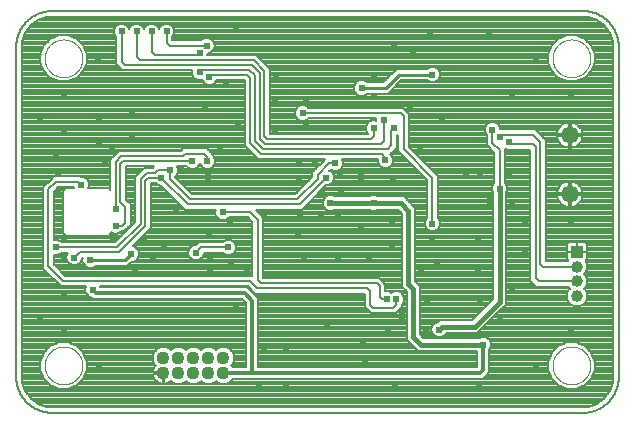
<source format=gbl>
G75*
%MOIN*%
%OFA0B0*%
%FSLAX25Y25*%
%IPPOS*%
%LPD*%
%AMOC8*
5,1,8,0,0,1.08239X$1,22.5*
%
%ADD10C,0.00800*%
%ADD11C,0.00000*%
%ADD12C,0.05709*%
%ADD13R,0.03969X0.03969*%
%ADD14C,0.03969*%
%ADD15C,0.04362*%
%ADD16C,0.02381*%
%ADD17C,0.01600*%
%ADD18C,0.01000*%
%ADD19C,0.01200*%
D10*
X0007303Y0005281D02*
X0196284Y0005281D01*
X0195185Y0004483D02*
X0008402Y0004483D01*
X0008666Y0004291D02*
X0006132Y0006132D01*
X0004291Y0008666D01*
X0003323Y0011645D01*
X0003200Y0013211D01*
X0003200Y0123447D01*
X0003323Y0125013D01*
X0004291Y0127992D01*
X0006132Y0130526D01*
X0008666Y0132367D01*
X0011645Y0133335D01*
X0013211Y0133458D01*
X0190376Y0133458D01*
X0191942Y0133335D01*
X0194921Y0132367D01*
X0197455Y0130526D01*
X0199296Y0127992D01*
X0200264Y0125013D01*
X0200387Y0123447D01*
X0200387Y0013211D01*
X0200264Y0011645D01*
X0199296Y0008666D01*
X0197455Y0006132D01*
X0194921Y0004291D01*
X0191942Y0003323D01*
X0190376Y0003200D01*
X0013211Y0003200D01*
X0011645Y0003323D01*
X0008666Y0004291D01*
X0010533Y0003684D02*
X0193054Y0003684D01*
X0190376Y0001400D02*
X0013211Y0001400D01*
X0006204Y0006080D02*
X0197383Y0006080D01*
X0197997Y0006878D02*
X0005590Y0006878D01*
X0005010Y0007677D02*
X0198578Y0007677D01*
X0199158Y0008476D02*
X0004430Y0008476D01*
X0004094Y0009274D02*
X0199494Y0009274D01*
X0199753Y0010073D02*
X0189477Y0010073D01*
X0190801Y0010621D02*
X0192966Y0012787D01*
X0194139Y0015617D01*
X0194139Y0018680D01*
X0192966Y0021509D01*
X0190801Y0023675D01*
X0187971Y0024847D01*
X0184908Y0024847D01*
X0182078Y0023675D01*
X0179912Y0021509D01*
X0178740Y0018680D01*
X0178740Y0015617D01*
X0179912Y0012787D01*
X0182078Y0010621D01*
X0184908Y0009449D01*
X0187971Y0009449D01*
X0190801Y0010621D01*
X0191051Y0010871D02*
X0200013Y0010871D01*
X0200266Y0011670D02*
X0191849Y0011670D01*
X0192648Y0012468D02*
X0200329Y0012468D01*
X0200387Y0013267D02*
X0193165Y0013267D01*
X0193496Y0014065D02*
X0200387Y0014065D01*
X0200387Y0014864D02*
X0193827Y0014864D01*
X0194139Y0015662D02*
X0200387Y0015662D01*
X0200387Y0016461D02*
X0194139Y0016461D01*
X0194139Y0017259D02*
X0200387Y0017259D01*
X0200387Y0018058D02*
X0194139Y0018058D01*
X0194065Y0018856D02*
X0200387Y0018856D01*
X0200387Y0019655D02*
X0193735Y0019655D01*
X0193404Y0020453D02*
X0200387Y0020453D01*
X0200387Y0021252D02*
X0193073Y0021252D01*
X0192426Y0022050D02*
X0200387Y0022050D01*
X0200387Y0022849D02*
X0191627Y0022849D01*
X0190828Y0023647D02*
X0200387Y0023647D01*
X0200387Y0024446D02*
X0188940Y0024446D01*
X0183939Y0024446D02*
X0159587Y0024446D01*
X0159587Y0024629D02*
X0159587Y0023599D01*
X0159192Y0022647D01*
X0158996Y0022451D01*
X0158996Y0014820D01*
X0157824Y0013648D01*
X0156824Y0012648D01*
X0073503Y0012648D01*
X0073491Y0012620D01*
X0072484Y0011612D01*
X0071167Y0011067D01*
X0069743Y0011067D01*
X0068427Y0011612D01*
X0067955Y0012084D01*
X0067484Y0011612D01*
X0066167Y0011067D01*
X0064743Y0011067D01*
X0063427Y0011612D01*
X0062955Y0012084D01*
X0062484Y0011612D01*
X0061167Y0011067D01*
X0059743Y0011067D01*
X0058427Y0011612D01*
X0057955Y0012084D01*
X0057484Y0011612D01*
X0056167Y0011067D01*
X0054743Y0011067D01*
X0053427Y0011612D01*
X0052955Y0012084D01*
X0052738Y0011866D01*
X0052151Y0011474D01*
X0051500Y0011205D01*
X0050808Y0011067D01*
X0050646Y0011067D01*
X0050646Y0014457D01*
X0050265Y0014457D01*
X0050265Y0011067D01*
X0050102Y0011067D01*
X0049411Y0011205D01*
X0048759Y0011474D01*
X0048172Y0011866D01*
X0047673Y0012365D01*
X0047282Y0012952D01*
X0047012Y0013603D01*
X0046874Y0014295D01*
X0046874Y0014457D01*
X0050264Y0014457D01*
X0050264Y0014839D01*
X0046874Y0014839D01*
X0046874Y0015001D01*
X0047012Y0015693D01*
X0047282Y0016344D01*
X0047673Y0016931D01*
X0047891Y0017148D01*
X0047419Y0017620D01*
X0046874Y0018936D01*
X0046874Y0020360D01*
X0047419Y0021677D01*
X0048427Y0022684D01*
X0049743Y0023229D01*
X0051167Y0023229D01*
X0052484Y0022684D01*
X0052955Y0022212D01*
X0053427Y0022684D01*
X0054743Y0023229D01*
X0056167Y0023229D01*
X0057484Y0022684D01*
X0057955Y0022212D01*
X0058427Y0022684D01*
X0059743Y0023229D01*
X0061167Y0023229D01*
X0062484Y0022684D01*
X0062955Y0022212D01*
X0063427Y0022684D01*
X0064743Y0023229D01*
X0066167Y0023229D01*
X0067484Y0022684D01*
X0067955Y0022212D01*
X0068427Y0022684D01*
X0069743Y0023229D01*
X0071167Y0023229D01*
X0072484Y0022684D01*
X0073491Y0021677D01*
X0074036Y0020360D01*
X0074036Y0018936D01*
X0073491Y0017620D01*
X0073020Y0017148D01*
X0073491Y0016677D01*
X0073503Y0016648D01*
X0078096Y0016648D01*
X0078096Y0037946D01*
X0076768Y0039274D01*
X0027194Y0039274D01*
X0026784Y0039683D01*
X0026507Y0039683D01*
X0025555Y0040078D01*
X0024826Y0040807D01*
X0024431Y0041759D01*
X0024431Y0042789D01*
X0024715Y0043474D01*
X0016250Y0043474D01*
X0010296Y0049428D01*
X0010296Y0076620D01*
X0012796Y0079120D01*
X0012796Y0079120D01*
X0013850Y0080174D01*
X0022799Y0080174D01*
X0023009Y0079965D01*
X0023569Y0079965D01*
X0024521Y0079570D01*
X0025250Y0078841D01*
X0025644Y0077889D01*
X0025644Y0076859D01*
X0025402Y0076274D01*
X0032152Y0076274D01*
X0032696Y0075730D01*
X0032696Y0085820D01*
X0034496Y0087620D01*
X0035550Y0088674D01*
X0056150Y0088674D01*
X0056950Y0089474D01*
X0064842Y0089474D01*
X0065842Y0088474D01*
X0066896Y0087420D01*
X0066896Y0087138D01*
X0067292Y0086741D01*
X0067687Y0085789D01*
X0067687Y0084759D01*
X0067292Y0083807D01*
X0066563Y0083078D01*
X0065611Y0082683D01*
X0064581Y0082683D01*
X0063629Y0083078D01*
X0062900Y0083807D01*
X0062596Y0084540D01*
X0062292Y0083807D01*
X0061563Y0083078D01*
X0060611Y0082683D01*
X0059581Y0082683D01*
X0058629Y0083078D01*
X0058232Y0083474D01*
X0054862Y0083474D01*
X0055187Y0082689D01*
X0055187Y0081659D01*
X0054792Y0080707D01*
X0054396Y0080310D01*
X0054396Y0079920D01*
X0060042Y0074274D01*
X0094350Y0074274D01*
X0100096Y0080020D01*
X0100096Y0081520D01*
X0103796Y0085220D01*
X0104450Y0085874D01*
X0082050Y0085874D01*
X0078550Y0089374D01*
X0077496Y0090428D01*
X0077496Y0112274D01*
X0068086Y0112274D01*
X0067892Y0111807D01*
X0067163Y0111078D01*
X0066211Y0110683D01*
X0065181Y0110683D01*
X0064229Y0111078D01*
X0063500Y0111807D01*
X0063260Y0112386D01*
X0063011Y0112283D01*
X0061981Y0112283D01*
X0061029Y0112678D01*
X0060300Y0113407D01*
X0059906Y0114359D01*
X0059906Y0115389D01*
X0059941Y0115474D01*
X0036750Y0115474D01*
X0034696Y0117528D01*
X0034696Y0126610D01*
X0034300Y0127007D01*
X0033906Y0127959D01*
X0033906Y0128989D01*
X0034300Y0129941D01*
X0035029Y0130670D01*
X0035981Y0131065D01*
X0037011Y0131065D01*
X0037963Y0130670D01*
X0038692Y0129941D01*
X0038996Y0129208D01*
X0039300Y0129941D01*
X0040029Y0130670D01*
X0040981Y0131065D01*
X0042011Y0131065D01*
X0042963Y0130670D01*
X0043692Y0129941D01*
X0043996Y0129208D01*
X0044300Y0129941D01*
X0045029Y0130670D01*
X0045981Y0131065D01*
X0047011Y0131065D01*
X0047963Y0130670D01*
X0048692Y0129941D01*
X0048996Y0129208D01*
X0049300Y0129941D01*
X0050029Y0130670D01*
X0050981Y0131065D01*
X0052011Y0131065D01*
X0052963Y0130670D01*
X0053692Y0129941D01*
X0054087Y0128989D01*
X0054087Y0127959D01*
X0053692Y0127007D01*
X0053296Y0126610D01*
X0053296Y0125474D01*
X0063032Y0125474D01*
X0063429Y0125870D01*
X0064381Y0126265D01*
X0065411Y0126265D01*
X0066363Y0125870D01*
X0067092Y0125141D01*
X0067487Y0124189D01*
X0067487Y0123159D01*
X0067092Y0122207D01*
X0066363Y0121478D01*
X0065411Y0121083D01*
X0065087Y0121083D01*
X0065087Y0120759D01*
X0065052Y0120674D01*
X0081342Y0120674D01*
X0085896Y0116120D01*
X0085896Y0094274D01*
X0118694Y0094274D01*
X0118694Y0094410D01*
X0118298Y0094807D01*
X0117904Y0095759D01*
X0117904Y0096789D01*
X0118298Y0097741D01*
X0119027Y0098470D01*
X0119979Y0098865D01*
X0121010Y0098865D01*
X0121356Y0098721D01*
X0121356Y0099389D01*
X0121391Y0099474D01*
X0098760Y0099474D01*
X0098363Y0099078D01*
X0097411Y0098683D01*
X0096381Y0098683D01*
X0095429Y0099078D01*
X0094700Y0099807D01*
X0094306Y0100759D01*
X0094306Y0101789D01*
X0094700Y0102741D01*
X0095429Y0103470D01*
X0096381Y0103865D01*
X0097411Y0103865D01*
X0098363Y0103470D01*
X0098760Y0103074D01*
X0130242Y0103074D01*
X0131296Y0102020D01*
X0132296Y0101020D01*
X0132296Y0090020D01*
X0141896Y0080420D01*
X0141896Y0066271D01*
X0142292Y0065875D01*
X0142687Y0064923D01*
X0142687Y0063893D01*
X0142292Y0062940D01*
X0141563Y0062212D01*
X0140611Y0061817D01*
X0139581Y0061817D01*
X0138629Y0062212D01*
X0137900Y0062940D01*
X0137506Y0063893D01*
X0137506Y0064923D01*
X0137900Y0065875D01*
X0138296Y0066271D01*
X0138296Y0078928D01*
X0129750Y0087474D01*
X0128696Y0088528D01*
X0128696Y0094110D01*
X0128663Y0094078D01*
X0128196Y0093884D01*
X0128196Y0089778D01*
X0127142Y0088724D01*
X0126026Y0087608D01*
X0126592Y0087041D01*
X0126987Y0086089D01*
X0126987Y0085059D01*
X0126592Y0084107D01*
X0125863Y0083378D01*
X0124911Y0082983D01*
X0123881Y0082983D01*
X0122929Y0083378D01*
X0122200Y0084107D01*
X0121806Y0085059D01*
X0121806Y0085874D01*
X0109920Y0085874D01*
X0110287Y0084989D01*
X0110287Y0083959D01*
X0109892Y0083007D01*
X0109163Y0082278D01*
X0108211Y0081883D01*
X0107181Y0081883D01*
X0106229Y0082278D01*
X0106087Y0082419D01*
X0105771Y0082104D01*
X0106214Y0081920D01*
X0106943Y0081191D01*
X0107337Y0080239D01*
X0107337Y0079209D01*
X0106943Y0078257D01*
X0106214Y0077528D01*
X0105262Y0077133D01*
X0104701Y0077133D01*
X0097696Y0070128D01*
X0096642Y0069074D01*
X0081142Y0069074D01*
X0082642Y0067574D01*
X0083696Y0066520D01*
X0083696Y0046274D01*
X0122242Y0046274D01*
X0123209Y0045307D01*
X0124263Y0044253D01*
X0124263Y0041857D01*
X0124281Y0041865D01*
X0125311Y0041865D01*
X0126263Y0041470D01*
X0126446Y0041288D01*
X0126629Y0041470D01*
X0127581Y0041865D01*
X0128611Y0041865D01*
X0129563Y0041470D01*
X0130292Y0040741D01*
X0130687Y0039789D01*
X0130687Y0038759D01*
X0130292Y0037807D01*
X0129896Y0037410D01*
X0129896Y0036628D01*
X0128896Y0035628D01*
X0127842Y0034574D01*
X0119550Y0034574D01*
X0117496Y0036628D01*
X0117496Y0041074D01*
X0080950Y0041074D01*
X0078550Y0043474D01*
X0029329Y0043474D01*
X0029412Y0043274D01*
X0078424Y0043274D01*
X0080924Y0040774D01*
X0082096Y0039602D01*
X0082096Y0016648D01*
X0154996Y0016648D01*
X0154996Y0021914D01*
X0135285Y0021914D01*
X0133996Y0023203D01*
X0131496Y0025703D01*
X0131496Y0041863D01*
X0129896Y0043463D01*
X0129896Y0067871D01*
X0128685Y0069082D01*
X0121962Y0069082D01*
X0121019Y0068691D01*
X0119989Y0068691D01*
X0119046Y0069082D01*
X0107562Y0069082D01*
X0106619Y0068691D01*
X0105589Y0068691D01*
X0104637Y0069086D01*
X0103908Y0069814D01*
X0103513Y0070767D01*
X0103513Y0071797D01*
X0103908Y0072749D01*
X0104637Y0073478D01*
X0105589Y0073872D01*
X0106619Y0073872D01*
X0107562Y0073482D01*
X0119046Y0073482D01*
X0119989Y0073872D01*
X0121019Y0073872D01*
X0121962Y0073482D01*
X0130507Y0073482D01*
X0131796Y0072193D01*
X0134296Y0069693D01*
X0134296Y0045285D01*
X0134607Y0044974D01*
X0135896Y0043685D01*
X0135896Y0027525D01*
X0137107Y0026314D01*
X0155538Y0026314D01*
X0156481Y0026705D01*
X0157511Y0026705D01*
X0158463Y0026310D01*
X0159192Y0025582D01*
X0159587Y0024629D01*
X0159332Y0025244D02*
X0200387Y0025244D01*
X0200387Y0026043D02*
X0158731Y0026043D01*
X0159587Y0023647D02*
X0182050Y0023647D01*
X0181252Y0022849D02*
X0159276Y0022849D01*
X0158996Y0022050D02*
X0180453Y0022050D01*
X0179806Y0021252D02*
X0158996Y0021252D01*
X0158996Y0020453D02*
X0179475Y0020453D01*
X0179144Y0019655D02*
X0158996Y0019655D01*
X0158996Y0018856D02*
X0178813Y0018856D01*
X0178740Y0018058D02*
X0158996Y0018058D01*
X0158996Y0017259D02*
X0178740Y0017259D01*
X0178740Y0016461D02*
X0158996Y0016461D01*
X0158996Y0015662D02*
X0178740Y0015662D01*
X0179052Y0014864D02*
X0158996Y0014864D01*
X0158242Y0014065D02*
X0179383Y0014065D01*
X0179714Y0013267D02*
X0157443Y0013267D01*
X0154996Y0017259D02*
X0082096Y0017259D01*
X0082096Y0018058D02*
X0154996Y0018058D01*
X0154996Y0018856D02*
X0082096Y0018856D01*
X0082096Y0019655D02*
X0154996Y0019655D01*
X0154996Y0020453D02*
X0082096Y0020453D01*
X0082096Y0021252D02*
X0154996Y0021252D01*
X0155107Y0027874D02*
X0144685Y0027874D01*
X0144574Y0027607D01*
X0143845Y0026878D01*
X0142893Y0026483D01*
X0141863Y0026483D01*
X0140911Y0026878D01*
X0140182Y0027607D01*
X0139787Y0028559D01*
X0139787Y0029589D01*
X0140182Y0030541D01*
X0140911Y0031270D01*
X0141853Y0031661D01*
X0142467Y0032274D01*
X0153285Y0032274D01*
X0160296Y0039285D01*
X0160296Y0074616D01*
X0159906Y0075559D01*
X0159906Y0076589D01*
X0160300Y0077541D01*
X0160696Y0077938D01*
X0160696Y0088128D01*
X0158296Y0090528D01*
X0158296Y0093810D01*
X0157900Y0094207D01*
X0157506Y0095159D01*
X0157506Y0096189D01*
X0157900Y0097141D01*
X0158629Y0097870D01*
X0159581Y0098265D01*
X0160611Y0098265D01*
X0161563Y0097870D01*
X0162292Y0097141D01*
X0162687Y0096189D01*
X0162687Y0095874D01*
X0174342Y0095874D01*
X0176842Y0093374D01*
X0177896Y0092320D01*
X0177896Y0051874D01*
X0185381Y0051874D01*
X0185407Y0051938D01*
X0185194Y0052151D01*
X0185010Y0052471D01*
X0184914Y0052827D01*
X0184914Y0054903D01*
X0188206Y0054903D01*
X0188206Y0055087D01*
X0184914Y0055087D01*
X0184914Y0057164D01*
X0185010Y0057520D01*
X0185194Y0057839D01*
X0185455Y0058100D01*
X0185774Y0058284D01*
X0186130Y0058380D01*
X0188206Y0058380D01*
X0188206Y0055087D01*
X0188391Y0055087D01*
X0191683Y0055087D01*
X0191683Y0057164D01*
X0191587Y0057520D01*
X0191403Y0057839D01*
X0191142Y0058100D01*
X0190823Y0058284D01*
X0190467Y0058380D01*
X0188391Y0058380D01*
X0188391Y0055087D01*
X0188391Y0054903D01*
X0191683Y0054903D01*
X0191683Y0052827D01*
X0191587Y0052471D01*
X0191403Y0052151D01*
X0191189Y0051938D01*
X0191683Y0050747D01*
X0191683Y0049401D01*
X0191167Y0048157D01*
X0190624Y0047613D01*
X0191167Y0047070D01*
X0191683Y0045826D01*
X0191683Y0044480D01*
X0191167Y0043236D01*
X0190624Y0042692D01*
X0191167Y0042149D01*
X0191683Y0040905D01*
X0191683Y0039558D01*
X0191167Y0038314D01*
X0190215Y0037362D01*
X0188972Y0036847D01*
X0187625Y0036847D01*
X0186381Y0037362D01*
X0185429Y0038314D01*
X0184914Y0039558D01*
X0184914Y0040905D01*
X0185429Y0042149D01*
X0185973Y0042692D01*
X0185429Y0043236D01*
X0185381Y0043353D01*
X0174750Y0043353D01*
X0173696Y0044407D01*
X0172696Y0045407D01*
X0172696Y0089074D01*
X0165750Y0089074D01*
X0165741Y0089083D01*
X0165181Y0089083D01*
X0164296Y0089450D01*
X0164296Y0077938D01*
X0164692Y0077541D01*
X0165087Y0076589D01*
X0165087Y0075559D01*
X0164696Y0074616D01*
X0164696Y0037463D01*
X0163407Y0036174D01*
X0155107Y0027874D01*
X0155672Y0028438D02*
X0200387Y0028438D01*
X0200387Y0027640D02*
X0144588Y0027640D01*
X0143757Y0026841D02*
X0200387Y0026841D01*
X0200387Y0029237D02*
X0156470Y0029237D01*
X0157269Y0030035D02*
X0200387Y0030035D01*
X0200387Y0030834D02*
X0158067Y0030834D01*
X0158866Y0031632D02*
X0200387Y0031632D01*
X0200387Y0032431D02*
X0159664Y0032431D01*
X0160463Y0033229D02*
X0200387Y0033229D01*
X0200387Y0034028D02*
X0161261Y0034028D01*
X0162060Y0034826D02*
X0200387Y0034826D01*
X0200387Y0035625D02*
X0162858Y0035625D01*
X0163657Y0036423D02*
X0200387Y0036423D01*
X0200387Y0037222D02*
X0189876Y0037222D01*
X0190873Y0038020D02*
X0200387Y0038020D01*
X0200387Y0038819D02*
X0191376Y0038819D01*
X0191683Y0039617D02*
X0200387Y0039617D01*
X0200387Y0040416D02*
X0191683Y0040416D01*
X0191554Y0041214D02*
X0200387Y0041214D01*
X0200387Y0042013D02*
X0191224Y0042013D01*
X0190743Y0042811D02*
X0200387Y0042811D01*
X0200387Y0043610D02*
X0191322Y0043610D01*
X0191653Y0044409D02*
X0200387Y0044409D01*
X0200387Y0045207D02*
X0191683Y0045207D01*
X0191608Y0046006D02*
X0200387Y0046006D01*
X0200387Y0046804D02*
X0191278Y0046804D01*
X0190635Y0047603D02*
X0200387Y0047603D01*
X0200387Y0048401D02*
X0191269Y0048401D01*
X0191599Y0049200D02*
X0200387Y0049200D01*
X0200387Y0049998D02*
X0191683Y0049998D01*
X0191662Y0050797D02*
X0200387Y0050797D01*
X0200387Y0051595D02*
X0191331Y0051595D01*
X0191543Y0052394D02*
X0200387Y0052394D01*
X0200387Y0053192D02*
X0191683Y0053192D01*
X0191683Y0053991D02*
X0200387Y0053991D01*
X0200387Y0054789D02*
X0191683Y0054789D01*
X0191683Y0055588D02*
X0200387Y0055588D01*
X0200387Y0056386D02*
X0191683Y0056386D01*
X0191677Y0057185D02*
X0200387Y0057185D01*
X0200387Y0057983D02*
X0191259Y0057983D01*
X0188391Y0057983D02*
X0188206Y0057983D01*
X0188206Y0057185D02*
X0188391Y0057185D01*
X0188391Y0056386D02*
X0188206Y0056386D01*
X0188206Y0055588D02*
X0188391Y0055588D01*
X0184914Y0055588D02*
X0177896Y0055588D01*
X0177896Y0056386D02*
X0184914Y0056386D01*
X0184920Y0057185D02*
X0177896Y0057185D01*
X0177896Y0057983D02*
X0185338Y0057983D01*
X0184914Y0054789D02*
X0177896Y0054789D01*
X0177896Y0053991D02*
X0184914Y0053991D01*
X0184914Y0053192D02*
X0177896Y0053192D01*
X0177896Y0052394D02*
X0185054Y0052394D01*
X0188298Y0050074D02*
X0177096Y0050074D01*
X0176096Y0051074D01*
X0176096Y0091574D01*
X0173596Y0094074D01*
X0163296Y0094074D01*
X0162496Y0093274D01*
X0165696Y0091674D02*
X0166496Y0090874D01*
X0173496Y0090874D01*
X0174496Y0089874D01*
X0174496Y0046153D01*
X0175496Y0045153D01*
X0188298Y0045153D01*
X0185854Y0042811D02*
X0164696Y0042811D01*
X0164696Y0042013D02*
X0185373Y0042013D01*
X0185043Y0041214D02*
X0164696Y0041214D01*
X0164696Y0040416D02*
X0184914Y0040416D01*
X0184914Y0039617D02*
X0164696Y0039617D01*
X0164696Y0038819D02*
X0185220Y0038819D01*
X0185723Y0038020D02*
X0164696Y0038020D01*
X0164455Y0037222D02*
X0186721Y0037222D01*
X0174493Y0043610D02*
X0164696Y0043610D01*
X0164696Y0044409D02*
X0173695Y0044409D01*
X0172896Y0045207D02*
X0164696Y0045207D01*
X0164696Y0046006D02*
X0172696Y0046006D01*
X0172696Y0046804D02*
X0164696Y0046804D01*
X0164696Y0047603D02*
X0172696Y0047603D01*
X0172696Y0048401D02*
X0164696Y0048401D01*
X0164696Y0049200D02*
X0172696Y0049200D01*
X0172696Y0049998D02*
X0164696Y0049998D01*
X0164696Y0050797D02*
X0172696Y0050797D01*
X0172696Y0051595D02*
X0164696Y0051595D01*
X0164696Y0052394D02*
X0172696Y0052394D01*
X0172696Y0053192D02*
X0164696Y0053192D01*
X0164696Y0053991D02*
X0172696Y0053991D01*
X0172696Y0054789D02*
X0164696Y0054789D01*
X0164696Y0055588D02*
X0172696Y0055588D01*
X0172696Y0056386D02*
X0164696Y0056386D01*
X0164696Y0057185D02*
X0172696Y0057185D01*
X0172696Y0057983D02*
X0164696Y0057983D01*
X0164696Y0058782D02*
X0172696Y0058782D01*
X0172696Y0059580D02*
X0164696Y0059580D01*
X0164696Y0060379D02*
X0172696Y0060379D01*
X0172696Y0061177D02*
X0164696Y0061177D01*
X0164696Y0061976D02*
X0172696Y0061976D01*
X0172696Y0062774D02*
X0164696Y0062774D01*
X0164696Y0063573D02*
X0172696Y0063573D01*
X0172696Y0064371D02*
X0164696Y0064371D01*
X0164696Y0065170D02*
X0172696Y0065170D01*
X0172696Y0065968D02*
X0164696Y0065968D01*
X0164696Y0066767D02*
X0172696Y0066767D01*
X0172696Y0067565D02*
X0164696Y0067565D01*
X0164696Y0068364D02*
X0172696Y0068364D01*
X0172696Y0069162D02*
X0164696Y0069162D01*
X0164696Y0069961D02*
X0172696Y0069961D01*
X0172696Y0070759D02*
X0164696Y0070759D01*
X0164696Y0071558D02*
X0172696Y0071558D01*
X0172696Y0072356D02*
X0164696Y0072356D01*
X0164696Y0073155D02*
X0172696Y0073155D01*
X0172696Y0073953D02*
X0164696Y0073953D01*
X0164752Y0074752D02*
X0172696Y0074752D01*
X0172696Y0075550D02*
X0165083Y0075550D01*
X0165087Y0076349D02*
X0172696Y0076349D01*
X0172696Y0077147D02*
X0164855Y0077147D01*
X0164296Y0077946D02*
X0172696Y0077946D01*
X0172696Y0078745D02*
X0164296Y0078745D01*
X0164296Y0079543D02*
X0172696Y0079543D01*
X0172696Y0080342D02*
X0164296Y0080342D01*
X0164296Y0081140D02*
X0172696Y0081140D01*
X0172696Y0081939D02*
X0164296Y0081939D01*
X0164296Y0082737D02*
X0172696Y0082737D01*
X0172696Y0083536D02*
X0164296Y0083536D01*
X0164296Y0084334D02*
X0172696Y0084334D01*
X0172696Y0085133D02*
X0164296Y0085133D01*
X0164296Y0085931D02*
X0172696Y0085931D01*
X0172696Y0086730D02*
X0164296Y0086730D01*
X0164296Y0087528D02*
X0172696Y0087528D01*
X0172696Y0088327D02*
X0164296Y0088327D01*
X0164296Y0089125D02*
X0165080Y0089125D01*
X0162496Y0088874D02*
X0162496Y0076074D01*
X0160137Y0077147D02*
X0141896Y0077147D01*
X0141896Y0076349D02*
X0159906Y0076349D01*
X0159909Y0075550D02*
X0141896Y0075550D01*
X0141896Y0074752D02*
X0160240Y0074752D01*
X0160296Y0073953D02*
X0141896Y0073953D01*
X0141896Y0073155D02*
X0160296Y0073155D01*
X0160296Y0072356D02*
X0141896Y0072356D01*
X0141896Y0071558D02*
X0160296Y0071558D01*
X0160296Y0070759D02*
X0141896Y0070759D01*
X0141896Y0069961D02*
X0160296Y0069961D01*
X0160296Y0069162D02*
X0141896Y0069162D01*
X0141896Y0068364D02*
X0160296Y0068364D01*
X0160296Y0067565D02*
X0141896Y0067565D01*
X0141896Y0066767D02*
X0160296Y0066767D01*
X0160296Y0065968D02*
X0142199Y0065968D01*
X0142584Y0065170D02*
X0160296Y0065170D01*
X0160296Y0064371D02*
X0142687Y0064371D01*
X0142554Y0063573D02*
X0160296Y0063573D01*
X0160296Y0062774D02*
X0142126Y0062774D01*
X0140994Y0061976D02*
X0160296Y0061976D01*
X0160296Y0061177D02*
X0134296Y0061177D01*
X0134296Y0060379D02*
X0160296Y0060379D01*
X0160296Y0059580D02*
X0134296Y0059580D01*
X0134296Y0058782D02*
X0160296Y0058782D01*
X0160296Y0057983D02*
X0134296Y0057983D01*
X0134296Y0057185D02*
X0160296Y0057185D01*
X0160296Y0056386D02*
X0134296Y0056386D01*
X0134296Y0055588D02*
X0160296Y0055588D01*
X0160296Y0054789D02*
X0134296Y0054789D01*
X0134296Y0053991D02*
X0160296Y0053991D01*
X0160296Y0053192D02*
X0134296Y0053192D01*
X0134296Y0052394D02*
X0160296Y0052394D01*
X0160296Y0051595D02*
X0134296Y0051595D01*
X0134296Y0050797D02*
X0160296Y0050797D01*
X0160296Y0049998D02*
X0134296Y0049998D01*
X0134296Y0049200D02*
X0160296Y0049200D01*
X0160296Y0048401D02*
X0134296Y0048401D01*
X0134296Y0047603D02*
X0160296Y0047603D01*
X0160296Y0046804D02*
X0134296Y0046804D01*
X0134296Y0046006D02*
X0160296Y0046006D01*
X0160296Y0045207D02*
X0134374Y0045207D01*
X0135173Y0044409D02*
X0160296Y0044409D01*
X0160296Y0043610D02*
X0135896Y0043610D01*
X0135896Y0042811D02*
X0160296Y0042811D01*
X0160296Y0042013D02*
X0135896Y0042013D01*
X0135896Y0041214D02*
X0160296Y0041214D01*
X0160296Y0040416D02*
X0135896Y0040416D01*
X0135896Y0039617D02*
X0160296Y0039617D01*
X0159830Y0038819D02*
X0135896Y0038819D01*
X0135896Y0038020D02*
X0159031Y0038020D01*
X0158233Y0037222D02*
X0135896Y0037222D01*
X0135896Y0036423D02*
X0157434Y0036423D01*
X0156636Y0035625D02*
X0135896Y0035625D01*
X0135896Y0034826D02*
X0155837Y0034826D01*
X0155039Y0034028D02*
X0135896Y0034028D01*
X0135896Y0033229D02*
X0154240Y0033229D01*
X0153442Y0032431D02*
X0135896Y0032431D01*
X0135896Y0031632D02*
X0141785Y0031632D01*
X0140474Y0030834D02*
X0135896Y0030834D01*
X0135896Y0030035D02*
X0139972Y0030035D01*
X0139787Y0029237D02*
X0135896Y0029237D01*
X0135896Y0028438D02*
X0139837Y0028438D01*
X0140168Y0027640D02*
X0135896Y0027640D01*
X0136580Y0026841D02*
X0140999Y0026841D01*
X0135149Y0022050D02*
X0082096Y0022050D01*
X0082096Y0022849D02*
X0134350Y0022849D01*
X0133552Y0023647D02*
X0082096Y0023647D01*
X0082096Y0024446D02*
X0132753Y0024446D01*
X0131955Y0025244D02*
X0082096Y0025244D01*
X0082096Y0026043D02*
X0131496Y0026043D01*
X0131496Y0026841D02*
X0082096Y0026841D01*
X0082096Y0027640D02*
X0131496Y0027640D01*
X0131496Y0028438D02*
X0082096Y0028438D01*
X0082096Y0029237D02*
X0131496Y0029237D01*
X0131496Y0030035D02*
X0082096Y0030035D01*
X0082096Y0030834D02*
X0131496Y0030834D01*
X0131496Y0031632D02*
X0082096Y0031632D01*
X0082096Y0032431D02*
X0131496Y0032431D01*
X0131496Y0033229D02*
X0082096Y0033229D01*
X0082096Y0034028D02*
X0131496Y0034028D01*
X0131496Y0034826D02*
X0128094Y0034826D01*
X0128893Y0035625D02*
X0131496Y0035625D01*
X0131496Y0036423D02*
X0129691Y0036423D01*
X0129896Y0037222D02*
X0131496Y0037222D01*
X0131496Y0038020D02*
X0130381Y0038020D01*
X0130687Y0038819D02*
X0131496Y0038819D01*
X0131496Y0039617D02*
X0130687Y0039617D01*
X0130427Y0040416D02*
X0131496Y0040416D01*
X0131496Y0041214D02*
X0129819Y0041214D01*
X0131346Y0042013D02*
X0124263Y0042013D01*
X0124263Y0042811D02*
X0130547Y0042811D01*
X0129896Y0043610D02*
X0124263Y0043610D01*
X0124107Y0044409D02*
X0129896Y0044409D01*
X0129896Y0045207D02*
X0123309Y0045207D01*
X0122510Y0046006D02*
X0129896Y0046006D01*
X0129896Y0046804D02*
X0083696Y0046804D01*
X0083696Y0047603D02*
X0129896Y0047603D01*
X0129896Y0048401D02*
X0083696Y0048401D01*
X0083696Y0049200D02*
X0129896Y0049200D01*
X0129896Y0049998D02*
X0083696Y0049998D01*
X0083696Y0050797D02*
X0129896Y0050797D01*
X0129896Y0051595D02*
X0083696Y0051595D01*
X0083696Y0052394D02*
X0129896Y0052394D01*
X0129896Y0053192D02*
X0083696Y0053192D01*
X0083696Y0053991D02*
X0129896Y0053991D01*
X0129896Y0054789D02*
X0083696Y0054789D01*
X0083696Y0055588D02*
X0129896Y0055588D01*
X0129896Y0056386D02*
X0083696Y0056386D01*
X0083696Y0057185D02*
X0129896Y0057185D01*
X0129896Y0057983D02*
X0083696Y0057983D01*
X0083696Y0058782D02*
X0129896Y0058782D01*
X0129896Y0059580D02*
X0083696Y0059580D01*
X0083696Y0060379D02*
X0129896Y0060379D01*
X0129896Y0061177D02*
X0083696Y0061177D01*
X0083696Y0061976D02*
X0129896Y0061976D01*
X0129896Y0062774D02*
X0083696Y0062774D01*
X0083696Y0063573D02*
X0129896Y0063573D01*
X0129896Y0064371D02*
X0083696Y0064371D01*
X0083696Y0065170D02*
X0129896Y0065170D01*
X0129896Y0065968D02*
X0083696Y0065968D01*
X0083449Y0066767D02*
X0129896Y0066767D01*
X0129896Y0067565D02*
X0082650Y0067565D01*
X0081852Y0068364D02*
X0129403Y0068364D01*
X0132431Y0071558D02*
X0138296Y0071558D01*
X0138296Y0072356D02*
X0131633Y0072356D01*
X0130834Y0073155D02*
X0138296Y0073155D01*
X0138296Y0073953D02*
X0101521Y0073953D01*
X0100723Y0073155D02*
X0104313Y0073155D01*
X0103745Y0072356D02*
X0099924Y0072356D01*
X0099126Y0071558D02*
X0103513Y0071558D01*
X0103516Y0070759D02*
X0098327Y0070759D01*
X0097529Y0069961D02*
X0103847Y0069961D01*
X0104560Y0069162D02*
X0096730Y0069162D01*
X0095896Y0070874D02*
X0058496Y0070874D01*
X0049696Y0079674D01*
X0045396Y0079674D01*
X0044396Y0078674D01*
X0044396Y0063674D01*
X0035596Y0054874D01*
X0022496Y0054874D01*
X0020696Y0053074D01*
X0018272Y0053991D02*
X0015370Y0053991D01*
X0015111Y0053883D02*
X0016063Y0054278D01*
X0016460Y0054674D01*
X0018632Y0054674D01*
X0018500Y0054541D01*
X0018106Y0053589D01*
X0018106Y0052559D01*
X0018500Y0051607D01*
X0019229Y0050878D01*
X0020181Y0050483D01*
X0021211Y0050483D01*
X0022163Y0050878D01*
X0022892Y0051607D01*
X0023287Y0052559D01*
X0023287Y0053074D01*
X0023549Y0053074D01*
X0023431Y0052789D01*
X0023431Y0051759D01*
X0023826Y0050807D01*
X0024555Y0050078D01*
X0025507Y0049683D01*
X0026537Y0049683D01*
X0027489Y0050078D01*
X0027786Y0050374D01*
X0038402Y0050374D01*
X0039761Y0051733D01*
X0040180Y0051733D01*
X0041132Y0052128D01*
X0041861Y0052857D01*
X0042255Y0053809D01*
X0042255Y0054839D01*
X0041861Y0055791D01*
X0041132Y0056520D01*
X0040181Y0056914D01*
X0046196Y0062928D01*
X0046196Y0077874D01*
X0047832Y0077874D01*
X0048229Y0077478D01*
X0049181Y0077083D01*
X0049741Y0077083D01*
X0057750Y0069074D01*
X0067823Y0069074D01*
X0067706Y0068789D01*
X0067706Y0067759D01*
X0068100Y0066807D01*
X0068829Y0066078D01*
X0069781Y0065683D01*
X0070811Y0065683D01*
X0071763Y0066078D01*
X0072160Y0066474D01*
X0078650Y0066474D01*
X0080096Y0065028D01*
X0080096Y0047020D01*
X0080042Y0047074D01*
X0017742Y0047074D01*
X0013896Y0050920D01*
X0013896Y0053960D01*
X0014081Y0053883D01*
X0015111Y0053883D01*
X0013896Y0053192D02*
X0018106Y0053192D01*
X0018174Y0052394D02*
X0013896Y0052394D01*
X0013896Y0051595D02*
X0018511Y0051595D01*
X0019425Y0050797D02*
X0014019Y0050797D01*
X0014818Y0049998D02*
X0024747Y0049998D01*
X0023836Y0050797D02*
X0021967Y0050797D01*
X0022881Y0051595D02*
X0023499Y0051595D01*
X0023431Y0052394D02*
X0023218Y0052394D01*
X0027297Y0049998D02*
X0080096Y0049998D01*
X0080096Y0049200D02*
X0015616Y0049200D01*
X0016415Y0048401D02*
X0080096Y0048401D01*
X0080096Y0047603D02*
X0017213Y0047603D01*
X0016996Y0045274D02*
X0012096Y0050174D01*
X0012096Y0075874D01*
X0014596Y0078374D01*
X0022054Y0078374D01*
X0023054Y0077374D01*
X0025433Y0076349D02*
X0032696Y0076349D01*
X0032696Y0077147D02*
X0025644Y0077147D01*
X0025621Y0077946D02*
X0032696Y0077946D01*
X0032696Y0078745D02*
X0025290Y0078745D01*
X0024548Y0079543D02*
X0032696Y0079543D01*
X0032696Y0080342D02*
X0003200Y0080342D01*
X0003200Y0081140D02*
X0032696Y0081140D01*
X0032696Y0081939D02*
X0003200Y0081939D01*
X0003200Y0082737D02*
X0032696Y0082737D01*
X0032696Y0083536D02*
X0003200Y0083536D01*
X0003200Y0084334D02*
X0032696Y0084334D01*
X0032696Y0085133D02*
X0003200Y0085133D01*
X0003200Y0085931D02*
X0032808Y0085931D01*
X0033606Y0086730D02*
X0003200Y0086730D01*
X0003200Y0087528D02*
X0034405Y0087528D01*
X0035203Y0088327D02*
X0003200Y0088327D01*
X0003200Y0089125D02*
X0056602Y0089125D01*
X0057696Y0087674D02*
X0064096Y0087674D01*
X0065096Y0086674D01*
X0065096Y0085274D01*
X0062681Y0084334D02*
X0062511Y0084334D01*
X0062021Y0083536D02*
X0063171Y0083536D01*
X0064451Y0082737D02*
X0060741Y0082737D01*
X0059451Y0082737D02*
X0055167Y0082737D01*
X0055187Y0081939D02*
X0100515Y0081939D01*
X0100096Y0081140D02*
X0054972Y0081140D01*
X0054427Y0080342D02*
X0100096Y0080342D01*
X0099619Y0079543D02*
X0054773Y0079543D01*
X0055571Y0078745D02*
X0098821Y0078745D01*
X0098022Y0077946D02*
X0056370Y0077946D01*
X0057168Y0077147D02*
X0097224Y0077147D01*
X0096425Y0076349D02*
X0057967Y0076349D01*
X0058765Y0075550D02*
X0095627Y0075550D01*
X0094828Y0074752D02*
X0059564Y0074752D01*
X0059296Y0072474D02*
X0052596Y0079174D01*
X0052596Y0082174D01*
X0048496Y0082174D01*
X0047596Y0081274D01*
X0044796Y0081274D01*
X0042796Y0079274D01*
X0042796Y0064374D01*
X0034896Y0056474D01*
X0014596Y0056474D01*
X0016460Y0058274D02*
X0016063Y0058670D01*
X0015111Y0059065D01*
X0014081Y0059065D01*
X0013896Y0058988D01*
X0013896Y0075128D01*
X0015342Y0076574D01*
X0020581Y0076574D01*
X0020705Y0076274D01*
X0017892Y0076274D01*
X0017072Y0075454D01*
X0017072Y0061194D01*
X0017892Y0060374D01*
X0032152Y0060374D01*
X0032972Y0061194D01*
X0032972Y0061534D01*
X0033029Y0061478D01*
X0033981Y0061083D01*
X0035011Y0061083D01*
X0035963Y0061478D01*
X0036360Y0061874D01*
X0037442Y0061874D01*
X0038442Y0062874D01*
X0039496Y0063928D01*
X0039496Y0070820D01*
X0037896Y0072420D01*
X0037896Y0083474D01*
X0047250Y0083474D01*
X0046850Y0083074D01*
X0044050Y0083074D01*
X0042996Y0082020D01*
X0042996Y0082020D01*
X0042050Y0081074D01*
X0040996Y0080020D01*
X0040996Y0065120D01*
X0034150Y0058274D01*
X0016460Y0058274D01*
X0015794Y0058782D02*
X0034658Y0058782D01*
X0035457Y0059580D02*
X0013896Y0059580D01*
X0013896Y0060379D02*
X0017887Y0060379D01*
X0017089Y0061177D02*
X0013896Y0061177D01*
X0013896Y0061976D02*
X0017072Y0061976D01*
X0017072Y0062774D02*
X0013896Y0062774D01*
X0013896Y0063573D02*
X0017072Y0063573D01*
X0017072Y0064371D02*
X0013896Y0064371D01*
X0013896Y0065170D02*
X0017072Y0065170D01*
X0017072Y0065968D02*
X0013896Y0065968D01*
X0013896Y0066767D02*
X0017072Y0066767D01*
X0017072Y0067565D02*
X0013896Y0067565D01*
X0013896Y0068364D02*
X0017072Y0068364D01*
X0017072Y0069162D02*
X0013896Y0069162D01*
X0013896Y0069961D02*
X0017072Y0069961D01*
X0017072Y0070759D02*
X0013896Y0070759D01*
X0013896Y0071558D02*
X0017072Y0071558D01*
X0017072Y0072356D02*
X0013896Y0072356D01*
X0013896Y0073155D02*
X0017072Y0073155D01*
X0017072Y0073953D02*
X0013896Y0073953D01*
X0013896Y0074752D02*
X0017072Y0074752D01*
X0017169Y0075550D02*
X0014318Y0075550D01*
X0015117Y0076349D02*
X0020674Y0076349D01*
X0013219Y0079543D02*
X0003200Y0079543D01*
X0003200Y0078745D02*
X0012421Y0078745D01*
X0011622Y0077946D02*
X0003200Y0077946D01*
X0003200Y0077147D02*
X0010824Y0077147D01*
X0010296Y0076349D02*
X0003200Y0076349D01*
X0003200Y0075550D02*
X0010296Y0075550D01*
X0010296Y0074752D02*
X0003200Y0074752D01*
X0003200Y0073953D02*
X0010296Y0073953D01*
X0010296Y0073155D02*
X0003200Y0073155D01*
X0003200Y0072356D02*
X0010296Y0072356D01*
X0010296Y0071558D02*
X0003200Y0071558D01*
X0003200Y0070759D02*
X0010296Y0070759D01*
X0010296Y0069961D02*
X0003200Y0069961D01*
X0003200Y0069162D02*
X0010296Y0069162D01*
X0010296Y0068364D02*
X0003200Y0068364D01*
X0003200Y0067565D02*
X0010296Y0067565D01*
X0010296Y0066767D02*
X0003200Y0066767D01*
X0003200Y0065968D02*
X0010296Y0065968D01*
X0010296Y0065170D02*
X0003200Y0065170D01*
X0003200Y0064371D02*
X0010296Y0064371D01*
X0010296Y0063573D02*
X0003200Y0063573D01*
X0003200Y0062774D02*
X0010296Y0062774D01*
X0010296Y0061976D02*
X0003200Y0061976D01*
X0003200Y0061177D02*
X0010296Y0061177D01*
X0010296Y0060379D02*
X0003200Y0060379D01*
X0003200Y0059580D02*
X0010296Y0059580D01*
X0010296Y0058782D02*
X0003200Y0058782D01*
X0003200Y0057983D02*
X0010296Y0057983D01*
X0010296Y0057185D02*
X0003200Y0057185D01*
X0003200Y0056386D02*
X0010296Y0056386D01*
X0010296Y0055588D02*
X0003200Y0055588D01*
X0003200Y0054789D02*
X0010296Y0054789D01*
X0010296Y0053991D02*
X0003200Y0053991D01*
X0003200Y0053192D02*
X0010296Y0053192D01*
X0010296Y0052394D02*
X0003200Y0052394D01*
X0003200Y0051595D02*
X0010296Y0051595D01*
X0010296Y0050797D02*
X0003200Y0050797D01*
X0003200Y0049998D02*
X0010296Y0049998D01*
X0010525Y0049200D02*
X0003200Y0049200D01*
X0003200Y0048401D02*
X0011323Y0048401D01*
X0012122Y0047603D02*
X0003200Y0047603D01*
X0003200Y0046804D02*
X0012920Y0046804D01*
X0013719Y0046006D02*
X0003200Y0046006D01*
X0003200Y0045207D02*
X0014517Y0045207D01*
X0015316Y0044409D02*
X0003200Y0044409D01*
X0003200Y0043610D02*
X0016114Y0043610D01*
X0016996Y0045274D02*
X0079296Y0045274D01*
X0081696Y0042874D01*
X0118296Y0042874D01*
X0119296Y0041874D01*
X0119296Y0037374D01*
X0120296Y0036374D01*
X0127096Y0036374D01*
X0128096Y0037374D01*
X0128096Y0039274D01*
X0124796Y0039274D02*
X0123263Y0039274D01*
X0122463Y0040074D01*
X0122463Y0043507D01*
X0121496Y0044474D01*
X0082896Y0044474D01*
X0081896Y0045474D01*
X0081896Y0063574D01*
X0081896Y0064474D01*
X0081896Y0065774D01*
X0079396Y0068274D01*
X0070296Y0068274D01*
X0067706Y0068364D02*
X0046196Y0068364D01*
X0046196Y0069162D02*
X0057662Y0069162D01*
X0056864Y0069961D02*
X0046196Y0069961D01*
X0046196Y0070759D02*
X0056065Y0070759D01*
X0055267Y0071558D02*
X0046196Y0071558D01*
X0046196Y0072356D02*
X0054468Y0072356D01*
X0053670Y0073155D02*
X0046196Y0073155D01*
X0046196Y0073953D02*
X0052871Y0073953D01*
X0052073Y0074752D02*
X0046196Y0074752D01*
X0046196Y0075550D02*
X0051274Y0075550D01*
X0050476Y0076349D02*
X0046196Y0076349D01*
X0046196Y0077147D02*
X0049026Y0077147D01*
X0042915Y0081939D02*
X0037896Y0081939D01*
X0037896Y0082737D02*
X0043714Y0082737D01*
X0042117Y0081140D02*
X0037896Y0081140D01*
X0037896Y0080342D02*
X0041318Y0080342D01*
X0040996Y0079543D02*
X0037896Y0079543D01*
X0037896Y0078745D02*
X0040996Y0078745D01*
X0040996Y0077946D02*
X0037896Y0077946D01*
X0037896Y0077147D02*
X0040996Y0077147D01*
X0040996Y0076349D02*
X0037896Y0076349D01*
X0037896Y0075550D02*
X0040996Y0075550D01*
X0040996Y0074752D02*
X0037896Y0074752D01*
X0037896Y0073953D02*
X0040996Y0073953D01*
X0040996Y0073155D02*
X0037896Y0073155D01*
X0037959Y0072356D02*
X0040996Y0072356D01*
X0040996Y0071558D02*
X0038758Y0071558D01*
X0039496Y0070759D02*
X0040996Y0070759D01*
X0040996Y0069961D02*
X0039496Y0069961D01*
X0039496Y0069162D02*
X0040996Y0069162D01*
X0040996Y0068364D02*
X0039496Y0068364D01*
X0039496Y0067565D02*
X0040996Y0067565D01*
X0040996Y0066767D02*
X0039496Y0066767D01*
X0039496Y0065968D02*
X0040996Y0065968D01*
X0040996Y0065170D02*
X0039496Y0065170D01*
X0039496Y0064371D02*
X0040248Y0064371D01*
X0039449Y0063573D02*
X0039140Y0063573D01*
X0038651Y0062774D02*
X0038342Y0062774D01*
X0037852Y0061976D02*
X0037543Y0061976D01*
X0037054Y0061177D02*
X0035238Y0061177D01*
X0036255Y0060379D02*
X0032157Y0060379D01*
X0032955Y0061177D02*
X0033754Y0061177D01*
X0034496Y0063674D02*
X0036696Y0063674D01*
X0037696Y0064674D01*
X0037696Y0070074D01*
X0036096Y0071674D01*
X0036096Y0084274D01*
X0037096Y0085274D01*
X0060096Y0085274D01*
X0057696Y0087674D02*
X0056896Y0086874D01*
X0036296Y0086874D01*
X0034496Y0085074D01*
X0034496Y0069329D01*
X0045243Y0061976D02*
X0080096Y0061976D01*
X0080096Y0062774D02*
X0046042Y0062774D01*
X0046196Y0063573D02*
X0080096Y0063573D01*
X0080096Y0064371D02*
X0046196Y0064371D01*
X0046196Y0065170D02*
X0079955Y0065170D01*
X0079156Y0065968D02*
X0071499Y0065968D01*
X0069093Y0065968D02*
X0046196Y0065968D01*
X0046196Y0066767D02*
X0068140Y0066767D01*
X0067786Y0067565D02*
X0046196Y0067565D01*
X0044445Y0061177D02*
X0080096Y0061177D01*
X0080096Y0060379D02*
X0043646Y0060379D01*
X0042848Y0059580D02*
X0080096Y0059580D01*
X0080096Y0058782D02*
X0073439Y0058782D01*
X0073563Y0058730D02*
X0072611Y0059124D01*
X0071581Y0059124D01*
X0070629Y0058730D01*
X0070232Y0058334D01*
X0062350Y0058334D01*
X0061341Y0057324D01*
X0060781Y0057324D01*
X0059829Y0056930D01*
X0059100Y0056201D01*
X0058706Y0055249D01*
X0058706Y0054219D01*
X0059100Y0053266D01*
X0059829Y0052538D01*
X0060781Y0052143D01*
X0061811Y0052143D01*
X0062763Y0052538D01*
X0063492Y0053266D01*
X0063887Y0054219D01*
X0063887Y0054734D01*
X0070232Y0054734D01*
X0070629Y0054338D01*
X0071581Y0053943D01*
X0072611Y0053943D01*
X0073563Y0054338D01*
X0074292Y0055066D01*
X0074687Y0056019D01*
X0074687Y0057049D01*
X0074292Y0058001D01*
X0073563Y0058730D01*
X0074300Y0057983D02*
X0080096Y0057983D01*
X0080096Y0057185D02*
X0074630Y0057185D01*
X0074687Y0056386D02*
X0080096Y0056386D01*
X0080096Y0055588D02*
X0074508Y0055588D01*
X0074015Y0054789D02*
X0080096Y0054789D01*
X0080096Y0053991D02*
X0072726Y0053991D01*
X0071466Y0053991D02*
X0063792Y0053991D01*
X0063418Y0053192D02*
X0080096Y0053192D01*
X0080096Y0052394D02*
X0062416Y0052394D01*
X0060176Y0052394D02*
X0041398Y0052394D01*
X0042000Y0053192D02*
X0059174Y0053192D01*
X0058800Y0053991D02*
X0042255Y0053991D01*
X0042255Y0054789D02*
X0058706Y0054789D01*
X0058846Y0055588D02*
X0041945Y0055588D01*
X0041266Y0056386D02*
X0059285Y0056386D01*
X0060443Y0057185D02*
X0040452Y0057185D01*
X0041251Y0057983D02*
X0062000Y0057983D01*
X0063096Y0056534D02*
X0061296Y0054734D01*
X0063096Y0056534D02*
X0072096Y0056534D01*
X0070753Y0058782D02*
X0042049Y0058782D01*
X0039623Y0051595D02*
X0080096Y0051595D01*
X0080096Y0050797D02*
X0038824Y0050797D01*
X0024441Y0042811D02*
X0003200Y0042811D01*
X0003200Y0042013D02*
X0024431Y0042013D01*
X0024657Y0041214D02*
X0003200Y0041214D01*
X0003200Y0040416D02*
X0025217Y0040416D01*
X0026850Y0039617D02*
X0003200Y0039617D01*
X0003200Y0038819D02*
X0077223Y0038819D01*
X0078021Y0038020D02*
X0003200Y0038020D01*
X0003200Y0037222D02*
X0078096Y0037222D01*
X0078096Y0036423D02*
X0003200Y0036423D01*
X0003200Y0035625D02*
X0078096Y0035625D01*
X0078096Y0034826D02*
X0003200Y0034826D01*
X0003200Y0034028D02*
X0078096Y0034028D01*
X0078096Y0033229D02*
X0003200Y0033229D01*
X0003200Y0032431D02*
X0078096Y0032431D01*
X0078096Y0031632D02*
X0003200Y0031632D01*
X0003200Y0030834D02*
X0078096Y0030834D01*
X0078096Y0030035D02*
X0003200Y0030035D01*
X0003200Y0029237D02*
X0078096Y0029237D01*
X0078096Y0028438D02*
X0003200Y0028438D01*
X0003200Y0027640D02*
X0078096Y0027640D01*
X0078096Y0026841D02*
X0003200Y0026841D01*
X0003200Y0026043D02*
X0078096Y0026043D01*
X0078096Y0025244D02*
X0003200Y0025244D01*
X0003200Y0024446D02*
X0014647Y0024446D01*
X0015617Y0024847D02*
X0012787Y0023675D01*
X0010621Y0021509D01*
X0009449Y0018680D01*
X0009449Y0015617D01*
X0010621Y0012787D01*
X0012787Y0010621D01*
X0015617Y0009449D01*
X0018680Y0009449D01*
X0021509Y0010621D01*
X0023675Y0012787D01*
X0024847Y0015617D01*
X0024847Y0018680D01*
X0023675Y0021509D01*
X0021509Y0023675D01*
X0018680Y0024847D01*
X0015617Y0024847D01*
X0012759Y0023647D02*
X0003200Y0023647D01*
X0003200Y0022849D02*
X0011960Y0022849D01*
X0011162Y0022050D02*
X0003200Y0022050D01*
X0003200Y0021252D02*
X0010514Y0021252D01*
X0010184Y0020453D02*
X0003200Y0020453D01*
X0003200Y0019655D02*
X0009853Y0019655D01*
X0009522Y0018856D02*
X0003200Y0018856D01*
X0003200Y0018058D02*
X0009449Y0018058D01*
X0009449Y0017259D02*
X0003200Y0017259D01*
X0003200Y0016461D02*
X0009449Y0016461D01*
X0009449Y0015662D02*
X0003200Y0015662D01*
X0003200Y0014864D02*
X0009761Y0014864D01*
X0010091Y0014065D02*
X0003200Y0014065D01*
X0003200Y0013267D02*
X0010422Y0013267D01*
X0010940Y0012468D02*
X0003258Y0012468D01*
X0003321Y0011670D02*
X0011738Y0011670D01*
X0012537Y0010871D02*
X0003575Y0010871D01*
X0003834Y0010073D02*
X0014111Y0010073D01*
X0013211Y0001400D02*
X0012926Y0001403D01*
X0012640Y0001414D01*
X0012355Y0001431D01*
X0012071Y0001455D01*
X0011787Y0001486D01*
X0011504Y0001524D01*
X0011223Y0001569D01*
X0010942Y0001620D01*
X0010662Y0001678D01*
X0010384Y0001743D01*
X0010108Y0001815D01*
X0009834Y0001893D01*
X0009561Y0001978D01*
X0009291Y0002070D01*
X0009023Y0002168D01*
X0008757Y0002272D01*
X0008494Y0002383D01*
X0008234Y0002500D01*
X0007976Y0002623D01*
X0007722Y0002753D01*
X0007471Y0002889D01*
X0007223Y0003030D01*
X0006979Y0003178D01*
X0006738Y0003331D01*
X0006502Y0003491D01*
X0006269Y0003656D01*
X0006040Y0003826D01*
X0005815Y0004002D01*
X0005595Y0004184D01*
X0005379Y0004370D01*
X0005168Y0004562D01*
X0004961Y0004759D01*
X0004759Y0004961D01*
X0004562Y0005168D01*
X0004370Y0005379D01*
X0004184Y0005595D01*
X0004002Y0005815D01*
X0003826Y0006040D01*
X0003656Y0006269D01*
X0003491Y0006502D01*
X0003331Y0006738D01*
X0003178Y0006979D01*
X0003030Y0007223D01*
X0002889Y0007471D01*
X0002753Y0007722D01*
X0002623Y0007976D01*
X0002500Y0008234D01*
X0002383Y0008494D01*
X0002272Y0008757D01*
X0002168Y0009023D01*
X0002070Y0009291D01*
X0001978Y0009561D01*
X0001893Y0009834D01*
X0001815Y0010108D01*
X0001743Y0010384D01*
X0001678Y0010662D01*
X0001620Y0010942D01*
X0001569Y0011223D01*
X0001524Y0011504D01*
X0001486Y0011787D01*
X0001455Y0012071D01*
X0001431Y0012355D01*
X0001414Y0012640D01*
X0001403Y0012926D01*
X0001400Y0013211D01*
X0001400Y0123447D01*
X0003201Y0123461D02*
X0010451Y0123461D01*
X0010621Y0123871D02*
X0009449Y0121042D01*
X0009449Y0117979D01*
X0010621Y0115149D01*
X0012787Y0112983D01*
X0015617Y0111811D01*
X0018680Y0111811D01*
X0021509Y0112983D01*
X0023675Y0115149D01*
X0024847Y0117979D01*
X0024847Y0121042D01*
X0023675Y0123871D01*
X0021509Y0126037D01*
X0018680Y0127209D01*
X0015617Y0127209D01*
X0012787Y0126037D01*
X0010621Y0123871D01*
X0011009Y0124260D02*
X0003264Y0124260D01*
X0003338Y0125058D02*
X0011808Y0125058D01*
X0012606Y0125857D02*
X0003597Y0125857D01*
X0003857Y0126655D02*
X0014278Y0126655D01*
X0013211Y0135258D02*
X0012926Y0135255D01*
X0012640Y0135244D01*
X0012355Y0135227D01*
X0012071Y0135203D01*
X0011787Y0135172D01*
X0011504Y0135134D01*
X0011223Y0135089D01*
X0010942Y0135038D01*
X0010662Y0134980D01*
X0010384Y0134915D01*
X0010108Y0134843D01*
X0009834Y0134765D01*
X0009561Y0134680D01*
X0009291Y0134588D01*
X0009023Y0134490D01*
X0008757Y0134386D01*
X0008494Y0134275D01*
X0008234Y0134158D01*
X0007976Y0134035D01*
X0007722Y0133905D01*
X0007471Y0133769D01*
X0007223Y0133628D01*
X0006979Y0133480D01*
X0006738Y0133327D01*
X0006502Y0133167D01*
X0006269Y0133002D01*
X0006040Y0132832D01*
X0005815Y0132656D01*
X0005595Y0132474D01*
X0005379Y0132288D01*
X0005168Y0132096D01*
X0004961Y0131899D01*
X0004759Y0131697D01*
X0004562Y0131490D01*
X0004370Y0131279D01*
X0004184Y0131063D01*
X0004002Y0130843D01*
X0003826Y0130618D01*
X0003656Y0130389D01*
X0003491Y0130156D01*
X0003331Y0129920D01*
X0003178Y0129679D01*
X0003030Y0129435D01*
X0002889Y0129187D01*
X0002753Y0128936D01*
X0002623Y0128682D01*
X0002500Y0128424D01*
X0002383Y0128164D01*
X0002272Y0127901D01*
X0002168Y0127635D01*
X0002070Y0127367D01*
X0001978Y0127097D01*
X0001893Y0126824D01*
X0001815Y0126550D01*
X0001743Y0126274D01*
X0001678Y0125996D01*
X0001620Y0125716D01*
X0001569Y0125435D01*
X0001524Y0125154D01*
X0001486Y0124871D01*
X0001455Y0124587D01*
X0001431Y0124303D01*
X0001414Y0124018D01*
X0001403Y0123732D01*
X0001400Y0123447D01*
X0003200Y0122663D02*
X0010120Y0122663D01*
X0009789Y0121864D02*
X0003200Y0121864D01*
X0003200Y0121066D02*
X0009459Y0121066D01*
X0009449Y0120267D02*
X0003200Y0120267D01*
X0003200Y0119469D02*
X0009449Y0119469D01*
X0009449Y0118670D02*
X0003200Y0118670D01*
X0003200Y0117872D02*
X0009493Y0117872D01*
X0009824Y0117073D02*
X0003200Y0117073D01*
X0003200Y0116275D02*
X0010155Y0116275D01*
X0010485Y0115476D02*
X0003200Y0115476D01*
X0003200Y0114678D02*
X0011092Y0114678D01*
X0011891Y0113879D02*
X0003200Y0113879D01*
X0003200Y0113080D02*
X0012689Y0113080D01*
X0014480Y0112282D02*
X0003200Y0112282D01*
X0003200Y0111483D02*
X0063823Y0111483D01*
X0063303Y0112282D02*
X0019816Y0112282D01*
X0021607Y0113080D02*
X0060626Y0113080D01*
X0060104Y0113879D02*
X0022405Y0113879D01*
X0023204Y0114678D02*
X0059906Y0114678D01*
X0062496Y0114874D02*
X0063296Y0115674D01*
X0079096Y0115674D01*
X0080896Y0113874D01*
X0080896Y0091974D01*
X0083596Y0089274D01*
X0125146Y0089274D01*
X0126396Y0090524D01*
X0126396Y0095474D01*
X0127196Y0096274D01*
X0128273Y0093916D02*
X0128696Y0093916D01*
X0128696Y0093118D02*
X0128196Y0093118D01*
X0128196Y0092319D02*
X0128696Y0092319D01*
X0128696Y0091521D02*
X0128196Y0091521D01*
X0128196Y0090722D02*
X0128696Y0090722D01*
X0128696Y0089924D02*
X0128196Y0089924D01*
X0128696Y0089125D02*
X0127543Y0089125D01*
X0126744Y0088327D02*
X0128898Y0088327D01*
X0129696Y0087528D02*
X0126106Y0087528D01*
X0126721Y0086730D02*
X0130495Y0086730D01*
X0131293Y0085931D02*
X0126987Y0085931D01*
X0126987Y0085133D02*
X0132092Y0085133D01*
X0132890Y0084334D02*
X0126686Y0084334D01*
X0126021Y0083536D02*
X0133689Y0083536D01*
X0134487Y0082737D02*
X0109623Y0082737D01*
X0110111Y0083536D02*
X0122771Y0083536D01*
X0122106Y0084334D02*
X0110287Y0084334D01*
X0110227Y0085133D02*
X0121806Y0085133D01*
X0124396Y0085574D02*
X0124396Y0086424D01*
X0123146Y0087674D01*
X0082796Y0087674D01*
X0079296Y0091174D01*
X0079296Y0113074D01*
X0078296Y0114074D01*
X0066496Y0114074D01*
X0065696Y0113274D01*
X0067569Y0111483D02*
X0077496Y0111483D01*
X0077496Y0110685D02*
X0066215Y0110685D01*
X0065177Y0110685D02*
X0003200Y0110685D01*
X0003200Y0109886D02*
X0077496Y0109886D01*
X0077496Y0109088D02*
X0003200Y0109088D01*
X0003200Y0108289D02*
X0077496Y0108289D01*
X0077496Y0107491D02*
X0003200Y0107491D01*
X0003200Y0106692D02*
X0077496Y0106692D01*
X0077496Y0105894D02*
X0003200Y0105894D01*
X0003200Y0105095D02*
X0077496Y0105095D01*
X0077496Y0104297D02*
X0003200Y0104297D01*
X0003200Y0103498D02*
X0077496Y0103498D01*
X0077496Y0102700D02*
X0003200Y0102700D01*
X0003200Y0101901D02*
X0077496Y0101901D01*
X0077496Y0101103D02*
X0003200Y0101103D01*
X0003200Y0100304D02*
X0077496Y0100304D01*
X0077496Y0099506D02*
X0003200Y0099506D01*
X0003200Y0098707D02*
X0077496Y0098707D01*
X0077496Y0097909D02*
X0003200Y0097909D01*
X0003200Y0097110D02*
X0077496Y0097110D01*
X0077496Y0096312D02*
X0003200Y0096312D01*
X0003200Y0095513D02*
X0077496Y0095513D01*
X0077496Y0094715D02*
X0003200Y0094715D01*
X0003200Y0093916D02*
X0077496Y0093916D01*
X0077496Y0093118D02*
X0003200Y0093118D01*
X0003200Y0092319D02*
X0077496Y0092319D01*
X0077496Y0091521D02*
X0003200Y0091521D01*
X0003200Y0090722D02*
X0077496Y0090722D01*
X0078001Y0089924D02*
X0003200Y0089924D01*
X0023811Y0115476D02*
X0036748Y0115476D01*
X0035950Y0116275D02*
X0024141Y0116275D01*
X0024472Y0117073D02*
X0035151Y0117073D01*
X0034696Y0117872D02*
X0024803Y0117872D01*
X0024847Y0118670D02*
X0034696Y0118670D01*
X0034696Y0119469D02*
X0024847Y0119469D01*
X0024847Y0120267D02*
X0034696Y0120267D01*
X0034696Y0121066D02*
X0024837Y0121066D01*
X0024507Y0121864D02*
X0034696Y0121864D01*
X0034696Y0122663D02*
X0024176Y0122663D01*
X0023845Y0123461D02*
X0034696Y0123461D01*
X0034696Y0124260D02*
X0023287Y0124260D01*
X0022488Y0125058D02*
X0034696Y0125058D01*
X0034696Y0125857D02*
X0021690Y0125857D01*
X0020018Y0126655D02*
X0034651Y0126655D01*
X0034115Y0127454D02*
X0004116Y0127454D01*
X0004480Y0128252D02*
X0033906Y0128252D01*
X0033931Y0129051D02*
X0005060Y0129051D01*
X0005640Y0129849D02*
X0034262Y0129849D01*
X0035006Y0130648D02*
X0006300Y0130648D01*
X0007399Y0131446D02*
X0196189Y0131446D01*
X0197288Y0130648D02*
X0052986Y0130648D01*
X0053730Y0129849D02*
X0197947Y0129849D01*
X0198527Y0129051D02*
X0054061Y0129051D01*
X0054087Y0128252D02*
X0199107Y0128252D01*
X0199471Y0127454D02*
X0053877Y0127454D01*
X0053341Y0126655D02*
X0183570Y0126655D01*
X0184908Y0127209D02*
X0182078Y0126037D01*
X0179912Y0123871D01*
X0178740Y0121042D01*
X0178740Y0117979D01*
X0179912Y0115149D01*
X0182078Y0112983D01*
X0184908Y0111811D01*
X0187971Y0111811D01*
X0190801Y0112983D01*
X0192966Y0115149D01*
X0194139Y0117979D01*
X0194139Y0121042D01*
X0192966Y0123871D01*
X0190801Y0126037D01*
X0187971Y0127209D01*
X0184908Y0127209D01*
X0181897Y0125857D02*
X0066377Y0125857D01*
X0067127Y0125058D02*
X0181099Y0125058D01*
X0180300Y0124260D02*
X0067457Y0124260D01*
X0067487Y0123461D02*
X0179742Y0123461D01*
X0179412Y0122663D02*
X0067281Y0122663D01*
X0066750Y0121864D02*
X0179081Y0121864D01*
X0178750Y0121066D02*
X0065087Y0121066D01*
X0062496Y0121274D02*
X0061696Y0120474D01*
X0047496Y0120474D01*
X0046496Y0121474D01*
X0046496Y0128474D01*
X0044262Y0129849D02*
X0043730Y0129849D01*
X0042986Y0130648D02*
X0045006Y0130648D01*
X0047986Y0130648D02*
X0050006Y0130648D01*
X0049262Y0129849D02*
X0048730Y0129849D01*
X0051496Y0128474D02*
X0051496Y0124674D01*
X0052496Y0123674D01*
X0064896Y0123674D01*
X0063415Y0125857D02*
X0053296Y0125857D01*
X0041496Y0128474D02*
X0041496Y0119874D01*
X0042496Y0118874D01*
X0080596Y0118874D01*
X0084096Y0115374D01*
X0084096Y0093474D01*
X0085096Y0092474D01*
X0119496Y0092474D01*
X0120494Y0093472D01*
X0120494Y0096274D01*
X0117904Y0096312D02*
X0085896Y0096312D01*
X0085896Y0097110D02*
X0118037Y0097110D01*
X0118466Y0097909D02*
X0085896Y0097909D01*
X0085896Y0098707D02*
X0096323Y0098707D01*
X0097469Y0098707D02*
X0119600Y0098707D01*
X0123946Y0098874D02*
X0123946Y0091874D01*
X0122946Y0090874D01*
X0084296Y0090874D01*
X0082496Y0092674D01*
X0082496Y0114574D01*
X0079796Y0117274D01*
X0037496Y0117274D01*
X0036496Y0118274D01*
X0036496Y0128474D01*
X0038730Y0129849D02*
X0039262Y0129849D01*
X0040006Y0130648D02*
X0037986Y0130648D01*
X0013211Y0135258D02*
X0190376Y0135258D01*
X0192840Y0133043D02*
X0010747Y0133043D01*
X0008498Y0132245D02*
X0195090Y0132245D01*
X0199731Y0126655D02*
X0189309Y0126655D01*
X0190981Y0125857D02*
X0199990Y0125857D01*
X0200250Y0125058D02*
X0191780Y0125058D01*
X0192578Y0124260D02*
X0200323Y0124260D01*
X0200386Y0123461D02*
X0193136Y0123461D01*
X0193467Y0122663D02*
X0200387Y0122663D01*
X0200387Y0121864D02*
X0193798Y0121864D01*
X0194129Y0121066D02*
X0200387Y0121066D01*
X0200387Y0120267D02*
X0194139Y0120267D01*
X0194139Y0119469D02*
X0200387Y0119469D01*
X0200387Y0118670D02*
X0194139Y0118670D01*
X0194094Y0117872D02*
X0200387Y0117872D01*
X0200387Y0117073D02*
X0193763Y0117073D01*
X0193433Y0116275D02*
X0200387Y0116275D01*
X0200387Y0115476D02*
X0193102Y0115476D01*
X0192495Y0114678D02*
X0200387Y0114678D01*
X0200387Y0113879D02*
X0191696Y0113879D01*
X0190898Y0113080D02*
X0200387Y0113080D01*
X0200387Y0112282D02*
X0189108Y0112282D01*
X0183771Y0112282D02*
X0141968Y0112282D01*
X0142292Y0112607D02*
X0142687Y0113559D01*
X0142687Y0114589D01*
X0142292Y0115541D01*
X0141563Y0116270D01*
X0140611Y0116665D01*
X0139581Y0116665D01*
X0138629Y0116270D01*
X0138332Y0115974D01*
X0128209Y0115974D01*
X0123771Y0111536D01*
X0118260Y0111536D01*
X0117963Y0111832D01*
X0117011Y0112227D01*
X0115981Y0112227D01*
X0115029Y0111832D01*
X0114300Y0111104D01*
X0113906Y0110152D01*
X0113906Y0109121D01*
X0114300Y0108169D01*
X0115029Y0107440D01*
X0115981Y0107046D01*
X0117011Y0107046D01*
X0117963Y0107440D01*
X0118260Y0107736D01*
X0125345Y0107736D01*
X0129783Y0112174D01*
X0138332Y0112174D01*
X0138629Y0111878D01*
X0139581Y0111483D01*
X0129093Y0111483D01*
X0128294Y0110685D02*
X0200387Y0110685D01*
X0200387Y0111483D02*
X0140611Y0111483D01*
X0141563Y0111878D01*
X0142292Y0112607D01*
X0142489Y0113080D02*
X0181981Y0113080D01*
X0181182Y0113879D02*
X0142687Y0113879D01*
X0142650Y0114678D02*
X0180384Y0114678D01*
X0179777Y0115476D02*
X0142319Y0115476D01*
X0141553Y0116275D02*
X0179446Y0116275D01*
X0179115Y0117073D02*
X0084943Y0117073D01*
X0085741Y0116275D02*
X0138639Y0116275D01*
X0139581Y0111483D02*
X0140611Y0111483D01*
X0127495Y0109886D02*
X0200387Y0109886D01*
X0200387Y0109088D02*
X0126697Y0109088D01*
X0125898Y0108289D02*
X0200387Y0108289D01*
X0200387Y0107491D02*
X0118014Y0107491D01*
X0114978Y0107491D02*
X0085896Y0107491D01*
X0085896Y0108289D02*
X0114250Y0108289D01*
X0113919Y0109088D02*
X0085896Y0109088D01*
X0085896Y0109886D02*
X0113906Y0109886D01*
X0114126Y0110685D02*
X0085896Y0110685D01*
X0085896Y0111483D02*
X0114680Y0111483D01*
X0124517Y0112282D02*
X0085896Y0112282D01*
X0085896Y0113080D02*
X0125316Y0113080D01*
X0126114Y0113879D02*
X0085896Y0113879D01*
X0085896Y0114678D02*
X0126913Y0114678D01*
X0127711Y0115476D02*
X0085896Y0115476D01*
X0084144Y0117872D02*
X0178785Y0117872D01*
X0178740Y0118670D02*
X0083346Y0118670D01*
X0082547Y0119469D02*
X0178740Y0119469D01*
X0178740Y0120267D02*
X0081749Y0120267D01*
X0085896Y0106692D02*
X0200387Y0106692D01*
X0200387Y0105894D02*
X0085896Y0105894D01*
X0085896Y0105095D02*
X0200387Y0105095D01*
X0200387Y0104297D02*
X0085896Y0104297D01*
X0085896Y0103498D02*
X0095497Y0103498D01*
X0094683Y0102700D02*
X0085896Y0102700D01*
X0085896Y0101901D02*
X0094352Y0101901D01*
X0094306Y0101103D02*
X0085896Y0101103D01*
X0085896Y0100304D02*
X0094494Y0100304D01*
X0095001Y0099506D02*
X0085896Y0099506D01*
X0085896Y0095513D02*
X0118006Y0095513D01*
X0118390Y0094715D02*
X0085896Y0094715D01*
X0078799Y0089125D02*
X0065191Y0089125D01*
X0065989Y0088327D02*
X0079598Y0088327D01*
X0080396Y0087528D02*
X0066788Y0087528D01*
X0067297Y0086730D02*
X0081195Y0086730D01*
X0081993Y0085931D02*
X0067628Y0085931D01*
X0067687Y0085133D02*
X0103709Y0085133D01*
X0102911Y0084334D02*
X0067511Y0084334D01*
X0067021Y0083536D02*
X0102112Y0083536D01*
X0101314Y0082737D02*
X0065741Y0082737D01*
X0059296Y0072474D02*
X0095096Y0072474D01*
X0101896Y0079274D01*
X0101896Y0080774D01*
X0105596Y0084474D01*
X0107696Y0084474D01*
X0107048Y0081939D02*
X0106170Y0081939D01*
X0106964Y0081140D02*
X0136084Y0081140D01*
X0135286Y0081939D02*
X0108344Y0081939D01*
X0107295Y0080342D02*
X0136883Y0080342D01*
X0137681Y0079543D02*
X0107337Y0079543D01*
X0107145Y0078745D02*
X0138296Y0078745D01*
X0138296Y0077946D02*
X0106632Y0077946D01*
X0105296Y0077147D02*
X0138296Y0077147D01*
X0138296Y0076349D02*
X0103917Y0076349D01*
X0103118Y0075550D02*
X0138296Y0075550D01*
X0138296Y0074752D02*
X0102320Y0074752D01*
X0104746Y0079724D02*
X0095896Y0070874D01*
X0130496Y0089274D02*
X0130496Y0100274D01*
X0129496Y0101274D01*
X0096896Y0101274D01*
X0098295Y0103498D02*
X0200387Y0103498D01*
X0200387Y0102700D02*
X0130616Y0102700D01*
X0131414Y0101901D02*
X0200387Y0101901D01*
X0200387Y0101103D02*
X0132213Y0101103D01*
X0132296Y0100304D02*
X0200387Y0100304D01*
X0200387Y0099506D02*
X0132296Y0099506D01*
X0132296Y0098707D02*
X0200387Y0098707D01*
X0200387Y0097909D02*
X0187484Y0097909D01*
X0187506Y0097902D02*
X0186869Y0098109D01*
X0186272Y0098203D01*
X0186272Y0094359D01*
X0185472Y0094359D01*
X0185472Y0093559D01*
X0181628Y0093559D01*
X0181723Y0092963D01*
X0181930Y0092326D01*
X0182234Y0091729D01*
X0182627Y0091188D01*
X0183101Y0090714D01*
X0183643Y0090320D01*
X0184239Y0090016D01*
X0184876Y0089809D01*
X0185472Y0089715D01*
X0185472Y0093559D01*
X0186272Y0093559D01*
X0186272Y0089715D01*
X0186869Y0089809D01*
X0187506Y0090016D01*
X0188102Y0090320D01*
X0188644Y0090714D01*
X0189117Y0091188D01*
X0189511Y0091729D01*
X0189815Y0092326D01*
X0190022Y0092963D01*
X0190116Y0093559D01*
X0186272Y0093559D01*
X0186272Y0094359D01*
X0190116Y0094359D01*
X0190022Y0094955D01*
X0189815Y0095592D01*
X0189511Y0096189D01*
X0189117Y0096731D01*
X0188644Y0097204D01*
X0188102Y0097598D01*
X0187506Y0097902D01*
X0186272Y0097909D02*
X0185472Y0097909D01*
X0185472Y0098203D02*
X0184876Y0098109D01*
X0184239Y0097902D01*
X0183643Y0097598D01*
X0183101Y0097204D01*
X0182627Y0096731D01*
X0182234Y0096189D01*
X0181930Y0095592D01*
X0181723Y0094955D01*
X0181628Y0094359D01*
X0185472Y0094359D01*
X0185472Y0098203D01*
X0185472Y0097110D02*
X0186272Y0097110D01*
X0186272Y0096312D02*
X0185472Y0096312D01*
X0185472Y0095513D02*
X0186272Y0095513D01*
X0186272Y0094715D02*
X0185472Y0094715D01*
X0185472Y0093916D02*
X0176299Y0093916D01*
X0175501Y0094715D02*
X0181685Y0094715D01*
X0181904Y0095513D02*
X0174702Y0095513D01*
X0177098Y0093118D02*
X0181698Y0093118D01*
X0181933Y0092319D02*
X0177896Y0092319D01*
X0177896Y0091521D02*
X0182385Y0091521D01*
X0183093Y0090722D02*
X0177896Y0090722D01*
X0177896Y0089924D02*
X0184525Y0089924D01*
X0185472Y0089924D02*
X0186272Y0089924D01*
X0186272Y0090722D02*
X0185472Y0090722D01*
X0185472Y0091521D02*
X0186272Y0091521D01*
X0186272Y0092319D02*
X0185472Y0092319D01*
X0185472Y0093118D02*
X0186272Y0093118D01*
X0186272Y0093916D02*
X0200387Y0093916D01*
X0200387Y0093118D02*
X0190047Y0093118D01*
X0189812Y0092319D02*
X0200387Y0092319D01*
X0200387Y0091521D02*
X0189359Y0091521D01*
X0188652Y0090722D02*
X0200387Y0090722D01*
X0200387Y0089924D02*
X0187220Y0089924D01*
X0190060Y0094715D02*
X0200387Y0094715D01*
X0200387Y0095513D02*
X0189841Y0095513D01*
X0189422Y0096312D02*
X0200387Y0096312D01*
X0200387Y0097110D02*
X0188738Y0097110D01*
X0184261Y0097909D02*
X0161470Y0097909D01*
X0162305Y0097110D02*
X0183007Y0097110D01*
X0182323Y0096312D02*
X0162636Y0096312D01*
X0160096Y0095674D02*
X0160096Y0091274D01*
X0162496Y0088874D01*
X0160498Y0088327D02*
X0133989Y0088327D01*
X0133191Y0089125D02*
X0159699Y0089125D01*
X0158901Y0089924D02*
X0132392Y0089924D01*
X0132296Y0090722D02*
X0158296Y0090722D01*
X0158296Y0091521D02*
X0132296Y0091521D01*
X0132296Y0092319D02*
X0158296Y0092319D01*
X0158296Y0093118D02*
X0132296Y0093118D01*
X0132296Y0093916D02*
X0158190Y0093916D01*
X0157689Y0094715D02*
X0132296Y0094715D01*
X0132296Y0095513D02*
X0157506Y0095513D01*
X0157556Y0096312D02*
X0132296Y0096312D01*
X0132296Y0097110D02*
X0157887Y0097110D01*
X0158722Y0097909D02*
X0132296Y0097909D01*
X0130496Y0089274D02*
X0140096Y0079674D01*
X0140096Y0064408D01*
X0137506Y0064371D02*
X0134296Y0064371D01*
X0134296Y0063573D02*
X0137638Y0063573D01*
X0138066Y0062774D02*
X0134296Y0062774D01*
X0134296Y0061976D02*
X0139198Y0061976D01*
X0137608Y0065170D02*
X0134296Y0065170D01*
X0134296Y0065968D02*
X0137993Y0065968D01*
X0138296Y0066767D02*
X0134296Y0066767D01*
X0134296Y0067565D02*
X0138296Y0067565D01*
X0138296Y0068364D02*
X0134296Y0068364D01*
X0134296Y0069162D02*
X0138296Y0069162D01*
X0138296Y0069961D02*
X0134028Y0069961D01*
X0133230Y0070759D02*
X0138296Y0070759D01*
X0141896Y0077946D02*
X0160696Y0077946D01*
X0160696Y0078745D02*
X0141896Y0078745D01*
X0141896Y0079543D02*
X0160696Y0079543D01*
X0160696Y0080342D02*
X0141896Y0080342D01*
X0141176Y0081140D02*
X0160696Y0081140D01*
X0160696Y0081939D02*
X0140377Y0081939D01*
X0139579Y0082737D02*
X0160696Y0082737D01*
X0160696Y0083536D02*
X0138780Y0083536D01*
X0137982Y0084334D02*
X0160696Y0084334D01*
X0160696Y0085133D02*
X0137183Y0085133D01*
X0136385Y0085931D02*
X0160696Y0085931D01*
X0160696Y0086730D02*
X0135586Y0086730D01*
X0134788Y0087528D02*
X0160696Y0087528D01*
X0177896Y0087528D02*
X0200387Y0087528D01*
X0200387Y0086730D02*
X0177896Y0086730D01*
X0177896Y0085931D02*
X0200387Y0085931D01*
X0200387Y0085133D02*
X0177896Y0085133D01*
X0177896Y0084334D02*
X0200387Y0084334D01*
X0200387Y0083536D02*
X0177896Y0083536D01*
X0177896Y0082737D02*
X0200387Y0082737D01*
X0200387Y0081939D02*
X0177896Y0081939D01*
X0177896Y0081140D02*
X0200387Y0081140D01*
X0200387Y0080342D02*
X0177896Y0080342D01*
X0177896Y0079543D02*
X0200387Y0079543D01*
X0200387Y0078745D02*
X0177896Y0078745D01*
X0177896Y0077946D02*
X0183708Y0077946D01*
X0183643Y0077913D02*
X0183101Y0077519D01*
X0182627Y0077046D01*
X0182234Y0076504D01*
X0181930Y0075907D01*
X0181723Y0075270D01*
X0181628Y0074674D01*
X0185472Y0074674D01*
X0185472Y0073874D01*
X0181628Y0073874D01*
X0181723Y0073278D01*
X0181930Y0072641D01*
X0182234Y0072044D01*
X0182627Y0071502D01*
X0183101Y0071029D01*
X0183643Y0070635D01*
X0184239Y0070331D01*
X0184876Y0070124D01*
X0185472Y0070030D01*
X0185472Y0073874D01*
X0186272Y0073874D01*
X0186272Y0070030D01*
X0186869Y0070124D01*
X0187506Y0070331D01*
X0188102Y0070635D01*
X0188644Y0071029D01*
X0189117Y0071502D01*
X0189511Y0072044D01*
X0189815Y0072641D01*
X0190022Y0073278D01*
X0190116Y0073874D01*
X0186272Y0073874D01*
X0186272Y0074674D01*
X0185472Y0074674D01*
X0185472Y0078518D01*
X0184876Y0078424D01*
X0184239Y0078217D01*
X0183643Y0077913D01*
X0182729Y0077147D02*
X0177896Y0077147D01*
X0177896Y0076349D02*
X0182155Y0076349D01*
X0181814Y0075550D02*
X0177896Y0075550D01*
X0177896Y0074752D02*
X0181641Y0074752D01*
X0181763Y0073155D02*
X0177896Y0073155D01*
X0177896Y0073953D02*
X0185472Y0073953D01*
X0185472Y0073155D02*
X0186272Y0073155D01*
X0186272Y0073953D02*
X0200387Y0073953D01*
X0200387Y0073155D02*
X0189982Y0073155D01*
X0189670Y0072356D02*
X0200387Y0072356D01*
X0200387Y0071558D02*
X0189158Y0071558D01*
X0188273Y0070759D02*
X0200387Y0070759D01*
X0200387Y0069961D02*
X0177896Y0069961D01*
X0177896Y0070759D02*
X0183472Y0070759D01*
X0182587Y0071558D02*
X0177896Y0071558D01*
X0177896Y0072356D02*
X0182075Y0072356D01*
X0185472Y0072356D02*
X0186272Y0072356D01*
X0186272Y0071558D02*
X0185472Y0071558D01*
X0185472Y0070759D02*
X0186272Y0070759D01*
X0186272Y0074674D02*
X0190116Y0074674D01*
X0190022Y0075270D01*
X0189815Y0075907D01*
X0189511Y0076504D01*
X0189117Y0077046D01*
X0188644Y0077519D01*
X0188102Y0077913D01*
X0187506Y0078217D01*
X0186869Y0078424D01*
X0186272Y0078518D01*
X0186272Y0074674D01*
X0186272Y0074752D02*
X0185472Y0074752D01*
X0185472Y0075550D02*
X0186272Y0075550D01*
X0186272Y0076349D02*
X0185472Y0076349D01*
X0185472Y0077147D02*
X0186272Y0077147D01*
X0186272Y0077946D02*
X0185472Y0077946D01*
X0188037Y0077946D02*
X0200387Y0077946D01*
X0200387Y0077147D02*
X0189016Y0077147D01*
X0189590Y0076349D02*
X0200387Y0076349D01*
X0200387Y0075550D02*
X0189931Y0075550D01*
X0190104Y0074752D02*
X0200387Y0074752D01*
X0200387Y0069162D02*
X0177896Y0069162D01*
X0177896Y0068364D02*
X0200387Y0068364D01*
X0200387Y0067565D02*
X0177896Y0067565D01*
X0177896Y0066767D02*
X0200387Y0066767D01*
X0200387Y0065968D02*
X0177896Y0065968D01*
X0177896Y0065170D02*
X0200387Y0065170D01*
X0200387Y0064371D02*
X0177896Y0064371D01*
X0177896Y0063573D02*
X0200387Y0063573D01*
X0200387Y0062774D02*
X0177896Y0062774D01*
X0177896Y0061976D02*
X0200387Y0061976D01*
X0200387Y0061177D02*
X0177896Y0061177D01*
X0177896Y0060379D02*
X0200387Y0060379D01*
X0200387Y0059580D02*
X0177896Y0059580D01*
X0177896Y0058782D02*
X0200387Y0058782D01*
X0200387Y0088327D02*
X0177896Y0088327D01*
X0177896Y0089125D02*
X0200387Y0089125D01*
X0202187Y0123447D02*
X0202187Y0013211D01*
X0202184Y0012926D01*
X0202173Y0012640D01*
X0202156Y0012355D01*
X0202132Y0012071D01*
X0202101Y0011787D01*
X0202063Y0011504D01*
X0202018Y0011223D01*
X0201967Y0010942D01*
X0201909Y0010662D01*
X0201844Y0010384D01*
X0201772Y0010108D01*
X0201694Y0009834D01*
X0201609Y0009561D01*
X0201517Y0009291D01*
X0201419Y0009023D01*
X0201315Y0008757D01*
X0201204Y0008494D01*
X0201087Y0008234D01*
X0200964Y0007976D01*
X0200834Y0007722D01*
X0200698Y0007471D01*
X0200557Y0007223D01*
X0200409Y0006979D01*
X0200256Y0006738D01*
X0200096Y0006502D01*
X0199931Y0006269D01*
X0199761Y0006040D01*
X0199585Y0005815D01*
X0199403Y0005595D01*
X0199217Y0005379D01*
X0199025Y0005168D01*
X0198828Y0004961D01*
X0198626Y0004759D01*
X0198419Y0004562D01*
X0198208Y0004370D01*
X0197992Y0004184D01*
X0197772Y0004002D01*
X0197547Y0003826D01*
X0197318Y0003656D01*
X0197085Y0003491D01*
X0196849Y0003331D01*
X0196608Y0003178D01*
X0196364Y0003030D01*
X0196116Y0002889D01*
X0195865Y0002753D01*
X0195611Y0002623D01*
X0195353Y0002500D01*
X0195093Y0002383D01*
X0194830Y0002272D01*
X0194564Y0002168D01*
X0194296Y0002070D01*
X0194026Y0001978D01*
X0193753Y0001893D01*
X0193479Y0001815D01*
X0193203Y0001743D01*
X0192925Y0001678D01*
X0192645Y0001620D01*
X0192364Y0001569D01*
X0192083Y0001524D01*
X0191800Y0001486D01*
X0191516Y0001455D01*
X0191232Y0001431D01*
X0190947Y0001414D01*
X0190661Y0001403D01*
X0190376Y0001400D01*
X0183402Y0010073D02*
X0020185Y0010073D01*
X0021759Y0010871D02*
X0181828Y0010871D01*
X0181030Y0011670D02*
X0072541Y0011670D01*
X0073340Y0012468D02*
X0180231Y0012468D01*
X0119298Y0034826D02*
X0082096Y0034826D01*
X0082096Y0035625D02*
X0118500Y0035625D01*
X0117701Y0036423D02*
X0082096Y0036423D01*
X0082096Y0037222D02*
X0117496Y0037222D01*
X0117496Y0038020D02*
X0082096Y0038020D01*
X0082096Y0038819D02*
X0117496Y0038819D01*
X0117496Y0039617D02*
X0082081Y0039617D01*
X0081283Y0040416D02*
X0117496Y0040416D01*
X0080810Y0041214D02*
X0080484Y0041214D01*
X0080012Y0042013D02*
X0079686Y0042013D01*
X0079213Y0042811D02*
X0078887Y0042811D01*
X0078096Y0024446D02*
X0019649Y0024446D01*
X0021537Y0023647D02*
X0078096Y0023647D01*
X0078096Y0022849D02*
X0072086Y0022849D01*
X0073117Y0022050D02*
X0078096Y0022050D01*
X0078096Y0021252D02*
X0073667Y0021252D01*
X0073998Y0020453D02*
X0078096Y0020453D01*
X0078096Y0019655D02*
X0074036Y0019655D01*
X0074003Y0018856D02*
X0078096Y0018856D01*
X0078096Y0018058D02*
X0073673Y0018058D01*
X0073131Y0017259D02*
X0078096Y0017259D01*
X0068824Y0022849D02*
X0067086Y0022849D01*
X0063824Y0022849D02*
X0062086Y0022849D01*
X0058824Y0022849D02*
X0057086Y0022849D01*
X0053824Y0022849D02*
X0052086Y0022849D01*
X0048824Y0022849D02*
X0022336Y0022849D01*
X0023134Y0022050D02*
X0047793Y0022050D01*
X0047243Y0021252D02*
X0023782Y0021252D01*
X0024113Y0020453D02*
X0046912Y0020453D01*
X0046874Y0019655D02*
X0024443Y0019655D01*
X0024774Y0018856D02*
X0046907Y0018856D01*
X0047238Y0018058D02*
X0024847Y0018058D01*
X0024847Y0017259D02*
X0047780Y0017259D01*
X0047359Y0016461D02*
X0024847Y0016461D01*
X0024847Y0015662D02*
X0047006Y0015662D01*
X0046874Y0014864D02*
X0024535Y0014864D01*
X0024205Y0014065D02*
X0046920Y0014065D01*
X0047151Y0013267D02*
X0023874Y0013267D01*
X0023356Y0012468D02*
X0047605Y0012468D01*
X0048467Y0011670D02*
X0022558Y0011670D01*
X0050265Y0011670D02*
X0050646Y0011670D01*
X0050646Y0012468D02*
X0050265Y0012468D01*
X0050265Y0013267D02*
X0050646Y0013267D01*
X0050646Y0014065D02*
X0050265Y0014065D01*
X0052443Y0011670D02*
X0053369Y0011670D01*
X0057541Y0011670D02*
X0058369Y0011670D01*
X0062541Y0011670D02*
X0063369Y0011670D01*
X0067541Y0011670D02*
X0068369Y0011670D01*
X0042050Y0081074D02*
X0042050Y0081074D01*
X0190376Y0135258D02*
X0190661Y0135255D01*
X0190947Y0135244D01*
X0191232Y0135227D01*
X0191516Y0135203D01*
X0191800Y0135172D01*
X0192083Y0135134D01*
X0192364Y0135089D01*
X0192645Y0135038D01*
X0192925Y0134980D01*
X0193203Y0134915D01*
X0193479Y0134843D01*
X0193753Y0134765D01*
X0194026Y0134680D01*
X0194296Y0134588D01*
X0194564Y0134490D01*
X0194830Y0134386D01*
X0195093Y0134275D01*
X0195353Y0134158D01*
X0195611Y0134035D01*
X0195865Y0133905D01*
X0196116Y0133769D01*
X0196364Y0133628D01*
X0196608Y0133480D01*
X0196849Y0133327D01*
X0197085Y0133167D01*
X0197318Y0133002D01*
X0197547Y0132832D01*
X0197772Y0132656D01*
X0197992Y0132474D01*
X0198208Y0132288D01*
X0198419Y0132096D01*
X0198626Y0131899D01*
X0198828Y0131697D01*
X0199025Y0131490D01*
X0199217Y0131279D01*
X0199403Y0131063D01*
X0199585Y0130843D01*
X0199761Y0130618D01*
X0199931Y0130389D01*
X0200096Y0130156D01*
X0200256Y0129920D01*
X0200409Y0129679D01*
X0200557Y0129435D01*
X0200698Y0129187D01*
X0200834Y0128936D01*
X0200964Y0128682D01*
X0201087Y0128424D01*
X0201204Y0128164D01*
X0201315Y0127901D01*
X0201419Y0127635D01*
X0201517Y0127367D01*
X0201609Y0127097D01*
X0201694Y0126824D01*
X0201772Y0126550D01*
X0201844Y0126274D01*
X0201909Y0125996D01*
X0201967Y0125716D01*
X0202018Y0125435D01*
X0202063Y0125154D01*
X0202101Y0124871D01*
X0202132Y0124587D01*
X0202156Y0124303D01*
X0202173Y0124018D01*
X0202184Y0123732D01*
X0202187Y0123447D01*
D11*
X0180140Y0119510D02*
X0180142Y0119668D01*
X0180148Y0119826D01*
X0180158Y0119984D01*
X0180172Y0120142D01*
X0180190Y0120299D01*
X0180211Y0120456D01*
X0180237Y0120612D01*
X0180267Y0120768D01*
X0180300Y0120923D01*
X0180338Y0121076D01*
X0180379Y0121229D01*
X0180424Y0121381D01*
X0180473Y0121532D01*
X0180526Y0121681D01*
X0180582Y0121829D01*
X0180642Y0121975D01*
X0180706Y0122120D01*
X0180774Y0122263D01*
X0180845Y0122405D01*
X0180919Y0122545D01*
X0180997Y0122682D01*
X0181079Y0122818D01*
X0181163Y0122952D01*
X0181252Y0123083D01*
X0181343Y0123212D01*
X0181438Y0123339D01*
X0181535Y0123464D01*
X0181636Y0123586D01*
X0181740Y0123705D01*
X0181847Y0123822D01*
X0181957Y0123936D01*
X0182070Y0124047D01*
X0182185Y0124156D01*
X0182303Y0124261D01*
X0182424Y0124363D01*
X0182547Y0124463D01*
X0182673Y0124559D01*
X0182801Y0124652D01*
X0182931Y0124742D01*
X0183064Y0124828D01*
X0183199Y0124912D01*
X0183335Y0124991D01*
X0183474Y0125068D01*
X0183615Y0125140D01*
X0183757Y0125210D01*
X0183901Y0125275D01*
X0184047Y0125337D01*
X0184194Y0125395D01*
X0184343Y0125450D01*
X0184493Y0125501D01*
X0184644Y0125548D01*
X0184796Y0125591D01*
X0184949Y0125630D01*
X0185104Y0125666D01*
X0185259Y0125697D01*
X0185415Y0125725D01*
X0185571Y0125749D01*
X0185728Y0125769D01*
X0185886Y0125785D01*
X0186043Y0125797D01*
X0186202Y0125805D01*
X0186360Y0125809D01*
X0186518Y0125809D01*
X0186676Y0125805D01*
X0186835Y0125797D01*
X0186992Y0125785D01*
X0187150Y0125769D01*
X0187307Y0125749D01*
X0187463Y0125725D01*
X0187619Y0125697D01*
X0187774Y0125666D01*
X0187929Y0125630D01*
X0188082Y0125591D01*
X0188234Y0125548D01*
X0188385Y0125501D01*
X0188535Y0125450D01*
X0188684Y0125395D01*
X0188831Y0125337D01*
X0188977Y0125275D01*
X0189121Y0125210D01*
X0189263Y0125140D01*
X0189404Y0125068D01*
X0189543Y0124991D01*
X0189679Y0124912D01*
X0189814Y0124828D01*
X0189947Y0124742D01*
X0190077Y0124652D01*
X0190205Y0124559D01*
X0190331Y0124463D01*
X0190454Y0124363D01*
X0190575Y0124261D01*
X0190693Y0124156D01*
X0190808Y0124047D01*
X0190921Y0123936D01*
X0191031Y0123822D01*
X0191138Y0123705D01*
X0191242Y0123586D01*
X0191343Y0123464D01*
X0191440Y0123339D01*
X0191535Y0123212D01*
X0191626Y0123083D01*
X0191715Y0122952D01*
X0191799Y0122818D01*
X0191881Y0122682D01*
X0191959Y0122545D01*
X0192033Y0122405D01*
X0192104Y0122263D01*
X0192172Y0122120D01*
X0192236Y0121975D01*
X0192296Y0121829D01*
X0192352Y0121681D01*
X0192405Y0121532D01*
X0192454Y0121381D01*
X0192499Y0121229D01*
X0192540Y0121076D01*
X0192578Y0120923D01*
X0192611Y0120768D01*
X0192641Y0120612D01*
X0192667Y0120456D01*
X0192688Y0120299D01*
X0192706Y0120142D01*
X0192720Y0119984D01*
X0192730Y0119826D01*
X0192736Y0119668D01*
X0192738Y0119510D01*
X0192736Y0119352D01*
X0192730Y0119194D01*
X0192720Y0119036D01*
X0192706Y0118878D01*
X0192688Y0118721D01*
X0192667Y0118564D01*
X0192641Y0118408D01*
X0192611Y0118252D01*
X0192578Y0118097D01*
X0192540Y0117944D01*
X0192499Y0117791D01*
X0192454Y0117639D01*
X0192405Y0117488D01*
X0192352Y0117339D01*
X0192296Y0117191D01*
X0192236Y0117045D01*
X0192172Y0116900D01*
X0192104Y0116757D01*
X0192033Y0116615D01*
X0191959Y0116475D01*
X0191881Y0116338D01*
X0191799Y0116202D01*
X0191715Y0116068D01*
X0191626Y0115937D01*
X0191535Y0115808D01*
X0191440Y0115681D01*
X0191343Y0115556D01*
X0191242Y0115434D01*
X0191138Y0115315D01*
X0191031Y0115198D01*
X0190921Y0115084D01*
X0190808Y0114973D01*
X0190693Y0114864D01*
X0190575Y0114759D01*
X0190454Y0114657D01*
X0190331Y0114557D01*
X0190205Y0114461D01*
X0190077Y0114368D01*
X0189947Y0114278D01*
X0189814Y0114192D01*
X0189679Y0114108D01*
X0189543Y0114029D01*
X0189404Y0113952D01*
X0189263Y0113880D01*
X0189121Y0113810D01*
X0188977Y0113745D01*
X0188831Y0113683D01*
X0188684Y0113625D01*
X0188535Y0113570D01*
X0188385Y0113519D01*
X0188234Y0113472D01*
X0188082Y0113429D01*
X0187929Y0113390D01*
X0187774Y0113354D01*
X0187619Y0113323D01*
X0187463Y0113295D01*
X0187307Y0113271D01*
X0187150Y0113251D01*
X0186992Y0113235D01*
X0186835Y0113223D01*
X0186676Y0113215D01*
X0186518Y0113211D01*
X0186360Y0113211D01*
X0186202Y0113215D01*
X0186043Y0113223D01*
X0185886Y0113235D01*
X0185728Y0113251D01*
X0185571Y0113271D01*
X0185415Y0113295D01*
X0185259Y0113323D01*
X0185104Y0113354D01*
X0184949Y0113390D01*
X0184796Y0113429D01*
X0184644Y0113472D01*
X0184493Y0113519D01*
X0184343Y0113570D01*
X0184194Y0113625D01*
X0184047Y0113683D01*
X0183901Y0113745D01*
X0183757Y0113810D01*
X0183615Y0113880D01*
X0183474Y0113952D01*
X0183335Y0114029D01*
X0183199Y0114108D01*
X0183064Y0114192D01*
X0182931Y0114278D01*
X0182801Y0114368D01*
X0182673Y0114461D01*
X0182547Y0114557D01*
X0182424Y0114657D01*
X0182303Y0114759D01*
X0182185Y0114864D01*
X0182070Y0114973D01*
X0181957Y0115084D01*
X0181847Y0115198D01*
X0181740Y0115315D01*
X0181636Y0115434D01*
X0181535Y0115556D01*
X0181438Y0115681D01*
X0181343Y0115808D01*
X0181252Y0115937D01*
X0181163Y0116068D01*
X0181079Y0116202D01*
X0180997Y0116338D01*
X0180919Y0116475D01*
X0180845Y0116615D01*
X0180774Y0116757D01*
X0180706Y0116900D01*
X0180642Y0117045D01*
X0180582Y0117191D01*
X0180526Y0117339D01*
X0180473Y0117488D01*
X0180424Y0117639D01*
X0180379Y0117791D01*
X0180338Y0117944D01*
X0180300Y0118097D01*
X0180267Y0118252D01*
X0180237Y0118408D01*
X0180211Y0118564D01*
X0180190Y0118721D01*
X0180172Y0118878D01*
X0180158Y0119036D01*
X0180148Y0119194D01*
X0180142Y0119352D01*
X0180140Y0119510D01*
X0180140Y0017148D02*
X0180142Y0017306D01*
X0180148Y0017464D01*
X0180158Y0017622D01*
X0180172Y0017780D01*
X0180190Y0017937D01*
X0180211Y0018094D01*
X0180237Y0018250D01*
X0180267Y0018406D01*
X0180300Y0018561D01*
X0180338Y0018714D01*
X0180379Y0018867D01*
X0180424Y0019019D01*
X0180473Y0019170D01*
X0180526Y0019319D01*
X0180582Y0019467D01*
X0180642Y0019613D01*
X0180706Y0019758D01*
X0180774Y0019901D01*
X0180845Y0020043D01*
X0180919Y0020183D01*
X0180997Y0020320D01*
X0181079Y0020456D01*
X0181163Y0020590D01*
X0181252Y0020721D01*
X0181343Y0020850D01*
X0181438Y0020977D01*
X0181535Y0021102D01*
X0181636Y0021224D01*
X0181740Y0021343D01*
X0181847Y0021460D01*
X0181957Y0021574D01*
X0182070Y0021685D01*
X0182185Y0021794D01*
X0182303Y0021899D01*
X0182424Y0022001D01*
X0182547Y0022101D01*
X0182673Y0022197D01*
X0182801Y0022290D01*
X0182931Y0022380D01*
X0183064Y0022466D01*
X0183199Y0022550D01*
X0183335Y0022629D01*
X0183474Y0022706D01*
X0183615Y0022778D01*
X0183757Y0022848D01*
X0183901Y0022913D01*
X0184047Y0022975D01*
X0184194Y0023033D01*
X0184343Y0023088D01*
X0184493Y0023139D01*
X0184644Y0023186D01*
X0184796Y0023229D01*
X0184949Y0023268D01*
X0185104Y0023304D01*
X0185259Y0023335D01*
X0185415Y0023363D01*
X0185571Y0023387D01*
X0185728Y0023407D01*
X0185886Y0023423D01*
X0186043Y0023435D01*
X0186202Y0023443D01*
X0186360Y0023447D01*
X0186518Y0023447D01*
X0186676Y0023443D01*
X0186835Y0023435D01*
X0186992Y0023423D01*
X0187150Y0023407D01*
X0187307Y0023387D01*
X0187463Y0023363D01*
X0187619Y0023335D01*
X0187774Y0023304D01*
X0187929Y0023268D01*
X0188082Y0023229D01*
X0188234Y0023186D01*
X0188385Y0023139D01*
X0188535Y0023088D01*
X0188684Y0023033D01*
X0188831Y0022975D01*
X0188977Y0022913D01*
X0189121Y0022848D01*
X0189263Y0022778D01*
X0189404Y0022706D01*
X0189543Y0022629D01*
X0189679Y0022550D01*
X0189814Y0022466D01*
X0189947Y0022380D01*
X0190077Y0022290D01*
X0190205Y0022197D01*
X0190331Y0022101D01*
X0190454Y0022001D01*
X0190575Y0021899D01*
X0190693Y0021794D01*
X0190808Y0021685D01*
X0190921Y0021574D01*
X0191031Y0021460D01*
X0191138Y0021343D01*
X0191242Y0021224D01*
X0191343Y0021102D01*
X0191440Y0020977D01*
X0191535Y0020850D01*
X0191626Y0020721D01*
X0191715Y0020590D01*
X0191799Y0020456D01*
X0191881Y0020320D01*
X0191959Y0020183D01*
X0192033Y0020043D01*
X0192104Y0019901D01*
X0192172Y0019758D01*
X0192236Y0019613D01*
X0192296Y0019467D01*
X0192352Y0019319D01*
X0192405Y0019170D01*
X0192454Y0019019D01*
X0192499Y0018867D01*
X0192540Y0018714D01*
X0192578Y0018561D01*
X0192611Y0018406D01*
X0192641Y0018250D01*
X0192667Y0018094D01*
X0192688Y0017937D01*
X0192706Y0017780D01*
X0192720Y0017622D01*
X0192730Y0017464D01*
X0192736Y0017306D01*
X0192738Y0017148D01*
X0192736Y0016990D01*
X0192730Y0016832D01*
X0192720Y0016674D01*
X0192706Y0016516D01*
X0192688Y0016359D01*
X0192667Y0016202D01*
X0192641Y0016046D01*
X0192611Y0015890D01*
X0192578Y0015735D01*
X0192540Y0015582D01*
X0192499Y0015429D01*
X0192454Y0015277D01*
X0192405Y0015126D01*
X0192352Y0014977D01*
X0192296Y0014829D01*
X0192236Y0014683D01*
X0192172Y0014538D01*
X0192104Y0014395D01*
X0192033Y0014253D01*
X0191959Y0014113D01*
X0191881Y0013976D01*
X0191799Y0013840D01*
X0191715Y0013706D01*
X0191626Y0013575D01*
X0191535Y0013446D01*
X0191440Y0013319D01*
X0191343Y0013194D01*
X0191242Y0013072D01*
X0191138Y0012953D01*
X0191031Y0012836D01*
X0190921Y0012722D01*
X0190808Y0012611D01*
X0190693Y0012502D01*
X0190575Y0012397D01*
X0190454Y0012295D01*
X0190331Y0012195D01*
X0190205Y0012099D01*
X0190077Y0012006D01*
X0189947Y0011916D01*
X0189814Y0011830D01*
X0189679Y0011746D01*
X0189543Y0011667D01*
X0189404Y0011590D01*
X0189263Y0011518D01*
X0189121Y0011448D01*
X0188977Y0011383D01*
X0188831Y0011321D01*
X0188684Y0011263D01*
X0188535Y0011208D01*
X0188385Y0011157D01*
X0188234Y0011110D01*
X0188082Y0011067D01*
X0187929Y0011028D01*
X0187774Y0010992D01*
X0187619Y0010961D01*
X0187463Y0010933D01*
X0187307Y0010909D01*
X0187150Y0010889D01*
X0186992Y0010873D01*
X0186835Y0010861D01*
X0186676Y0010853D01*
X0186518Y0010849D01*
X0186360Y0010849D01*
X0186202Y0010853D01*
X0186043Y0010861D01*
X0185886Y0010873D01*
X0185728Y0010889D01*
X0185571Y0010909D01*
X0185415Y0010933D01*
X0185259Y0010961D01*
X0185104Y0010992D01*
X0184949Y0011028D01*
X0184796Y0011067D01*
X0184644Y0011110D01*
X0184493Y0011157D01*
X0184343Y0011208D01*
X0184194Y0011263D01*
X0184047Y0011321D01*
X0183901Y0011383D01*
X0183757Y0011448D01*
X0183615Y0011518D01*
X0183474Y0011590D01*
X0183335Y0011667D01*
X0183199Y0011746D01*
X0183064Y0011830D01*
X0182931Y0011916D01*
X0182801Y0012006D01*
X0182673Y0012099D01*
X0182547Y0012195D01*
X0182424Y0012295D01*
X0182303Y0012397D01*
X0182185Y0012502D01*
X0182070Y0012611D01*
X0181957Y0012722D01*
X0181847Y0012836D01*
X0181740Y0012953D01*
X0181636Y0013072D01*
X0181535Y0013194D01*
X0181438Y0013319D01*
X0181343Y0013446D01*
X0181252Y0013575D01*
X0181163Y0013706D01*
X0181079Y0013840D01*
X0180997Y0013976D01*
X0180919Y0014113D01*
X0180845Y0014253D01*
X0180774Y0014395D01*
X0180706Y0014538D01*
X0180642Y0014683D01*
X0180582Y0014829D01*
X0180526Y0014977D01*
X0180473Y0015126D01*
X0180424Y0015277D01*
X0180379Y0015429D01*
X0180338Y0015582D01*
X0180300Y0015735D01*
X0180267Y0015890D01*
X0180237Y0016046D01*
X0180211Y0016202D01*
X0180190Y0016359D01*
X0180172Y0016516D01*
X0180158Y0016674D01*
X0180148Y0016832D01*
X0180142Y0016990D01*
X0180140Y0017148D01*
X0010849Y0017148D02*
X0010851Y0017306D01*
X0010857Y0017464D01*
X0010867Y0017622D01*
X0010881Y0017780D01*
X0010899Y0017937D01*
X0010920Y0018094D01*
X0010946Y0018250D01*
X0010976Y0018406D01*
X0011009Y0018561D01*
X0011047Y0018714D01*
X0011088Y0018867D01*
X0011133Y0019019D01*
X0011182Y0019170D01*
X0011235Y0019319D01*
X0011291Y0019467D01*
X0011351Y0019613D01*
X0011415Y0019758D01*
X0011483Y0019901D01*
X0011554Y0020043D01*
X0011628Y0020183D01*
X0011706Y0020320D01*
X0011788Y0020456D01*
X0011872Y0020590D01*
X0011961Y0020721D01*
X0012052Y0020850D01*
X0012147Y0020977D01*
X0012244Y0021102D01*
X0012345Y0021224D01*
X0012449Y0021343D01*
X0012556Y0021460D01*
X0012666Y0021574D01*
X0012779Y0021685D01*
X0012894Y0021794D01*
X0013012Y0021899D01*
X0013133Y0022001D01*
X0013256Y0022101D01*
X0013382Y0022197D01*
X0013510Y0022290D01*
X0013640Y0022380D01*
X0013773Y0022466D01*
X0013908Y0022550D01*
X0014044Y0022629D01*
X0014183Y0022706D01*
X0014324Y0022778D01*
X0014466Y0022848D01*
X0014610Y0022913D01*
X0014756Y0022975D01*
X0014903Y0023033D01*
X0015052Y0023088D01*
X0015202Y0023139D01*
X0015353Y0023186D01*
X0015505Y0023229D01*
X0015658Y0023268D01*
X0015813Y0023304D01*
X0015968Y0023335D01*
X0016124Y0023363D01*
X0016280Y0023387D01*
X0016437Y0023407D01*
X0016595Y0023423D01*
X0016752Y0023435D01*
X0016911Y0023443D01*
X0017069Y0023447D01*
X0017227Y0023447D01*
X0017385Y0023443D01*
X0017544Y0023435D01*
X0017701Y0023423D01*
X0017859Y0023407D01*
X0018016Y0023387D01*
X0018172Y0023363D01*
X0018328Y0023335D01*
X0018483Y0023304D01*
X0018638Y0023268D01*
X0018791Y0023229D01*
X0018943Y0023186D01*
X0019094Y0023139D01*
X0019244Y0023088D01*
X0019393Y0023033D01*
X0019540Y0022975D01*
X0019686Y0022913D01*
X0019830Y0022848D01*
X0019972Y0022778D01*
X0020113Y0022706D01*
X0020252Y0022629D01*
X0020388Y0022550D01*
X0020523Y0022466D01*
X0020656Y0022380D01*
X0020786Y0022290D01*
X0020914Y0022197D01*
X0021040Y0022101D01*
X0021163Y0022001D01*
X0021284Y0021899D01*
X0021402Y0021794D01*
X0021517Y0021685D01*
X0021630Y0021574D01*
X0021740Y0021460D01*
X0021847Y0021343D01*
X0021951Y0021224D01*
X0022052Y0021102D01*
X0022149Y0020977D01*
X0022244Y0020850D01*
X0022335Y0020721D01*
X0022424Y0020590D01*
X0022508Y0020456D01*
X0022590Y0020320D01*
X0022668Y0020183D01*
X0022742Y0020043D01*
X0022813Y0019901D01*
X0022881Y0019758D01*
X0022945Y0019613D01*
X0023005Y0019467D01*
X0023061Y0019319D01*
X0023114Y0019170D01*
X0023163Y0019019D01*
X0023208Y0018867D01*
X0023249Y0018714D01*
X0023287Y0018561D01*
X0023320Y0018406D01*
X0023350Y0018250D01*
X0023376Y0018094D01*
X0023397Y0017937D01*
X0023415Y0017780D01*
X0023429Y0017622D01*
X0023439Y0017464D01*
X0023445Y0017306D01*
X0023447Y0017148D01*
X0023445Y0016990D01*
X0023439Y0016832D01*
X0023429Y0016674D01*
X0023415Y0016516D01*
X0023397Y0016359D01*
X0023376Y0016202D01*
X0023350Y0016046D01*
X0023320Y0015890D01*
X0023287Y0015735D01*
X0023249Y0015582D01*
X0023208Y0015429D01*
X0023163Y0015277D01*
X0023114Y0015126D01*
X0023061Y0014977D01*
X0023005Y0014829D01*
X0022945Y0014683D01*
X0022881Y0014538D01*
X0022813Y0014395D01*
X0022742Y0014253D01*
X0022668Y0014113D01*
X0022590Y0013976D01*
X0022508Y0013840D01*
X0022424Y0013706D01*
X0022335Y0013575D01*
X0022244Y0013446D01*
X0022149Y0013319D01*
X0022052Y0013194D01*
X0021951Y0013072D01*
X0021847Y0012953D01*
X0021740Y0012836D01*
X0021630Y0012722D01*
X0021517Y0012611D01*
X0021402Y0012502D01*
X0021284Y0012397D01*
X0021163Y0012295D01*
X0021040Y0012195D01*
X0020914Y0012099D01*
X0020786Y0012006D01*
X0020656Y0011916D01*
X0020523Y0011830D01*
X0020388Y0011746D01*
X0020252Y0011667D01*
X0020113Y0011590D01*
X0019972Y0011518D01*
X0019830Y0011448D01*
X0019686Y0011383D01*
X0019540Y0011321D01*
X0019393Y0011263D01*
X0019244Y0011208D01*
X0019094Y0011157D01*
X0018943Y0011110D01*
X0018791Y0011067D01*
X0018638Y0011028D01*
X0018483Y0010992D01*
X0018328Y0010961D01*
X0018172Y0010933D01*
X0018016Y0010909D01*
X0017859Y0010889D01*
X0017701Y0010873D01*
X0017544Y0010861D01*
X0017385Y0010853D01*
X0017227Y0010849D01*
X0017069Y0010849D01*
X0016911Y0010853D01*
X0016752Y0010861D01*
X0016595Y0010873D01*
X0016437Y0010889D01*
X0016280Y0010909D01*
X0016124Y0010933D01*
X0015968Y0010961D01*
X0015813Y0010992D01*
X0015658Y0011028D01*
X0015505Y0011067D01*
X0015353Y0011110D01*
X0015202Y0011157D01*
X0015052Y0011208D01*
X0014903Y0011263D01*
X0014756Y0011321D01*
X0014610Y0011383D01*
X0014466Y0011448D01*
X0014324Y0011518D01*
X0014183Y0011590D01*
X0014044Y0011667D01*
X0013908Y0011746D01*
X0013773Y0011830D01*
X0013640Y0011916D01*
X0013510Y0012006D01*
X0013382Y0012099D01*
X0013256Y0012195D01*
X0013133Y0012295D01*
X0013012Y0012397D01*
X0012894Y0012502D01*
X0012779Y0012611D01*
X0012666Y0012722D01*
X0012556Y0012836D01*
X0012449Y0012953D01*
X0012345Y0013072D01*
X0012244Y0013194D01*
X0012147Y0013319D01*
X0012052Y0013446D01*
X0011961Y0013575D01*
X0011872Y0013706D01*
X0011788Y0013840D01*
X0011706Y0013976D01*
X0011628Y0014113D01*
X0011554Y0014253D01*
X0011483Y0014395D01*
X0011415Y0014538D01*
X0011351Y0014683D01*
X0011291Y0014829D01*
X0011235Y0014977D01*
X0011182Y0015126D01*
X0011133Y0015277D01*
X0011088Y0015429D01*
X0011047Y0015582D01*
X0011009Y0015735D01*
X0010976Y0015890D01*
X0010946Y0016046D01*
X0010920Y0016202D01*
X0010899Y0016359D01*
X0010881Y0016516D01*
X0010867Y0016674D01*
X0010857Y0016832D01*
X0010851Y0016990D01*
X0010849Y0017148D01*
X0010849Y0119510D02*
X0010851Y0119668D01*
X0010857Y0119826D01*
X0010867Y0119984D01*
X0010881Y0120142D01*
X0010899Y0120299D01*
X0010920Y0120456D01*
X0010946Y0120612D01*
X0010976Y0120768D01*
X0011009Y0120923D01*
X0011047Y0121076D01*
X0011088Y0121229D01*
X0011133Y0121381D01*
X0011182Y0121532D01*
X0011235Y0121681D01*
X0011291Y0121829D01*
X0011351Y0121975D01*
X0011415Y0122120D01*
X0011483Y0122263D01*
X0011554Y0122405D01*
X0011628Y0122545D01*
X0011706Y0122682D01*
X0011788Y0122818D01*
X0011872Y0122952D01*
X0011961Y0123083D01*
X0012052Y0123212D01*
X0012147Y0123339D01*
X0012244Y0123464D01*
X0012345Y0123586D01*
X0012449Y0123705D01*
X0012556Y0123822D01*
X0012666Y0123936D01*
X0012779Y0124047D01*
X0012894Y0124156D01*
X0013012Y0124261D01*
X0013133Y0124363D01*
X0013256Y0124463D01*
X0013382Y0124559D01*
X0013510Y0124652D01*
X0013640Y0124742D01*
X0013773Y0124828D01*
X0013908Y0124912D01*
X0014044Y0124991D01*
X0014183Y0125068D01*
X0014324Y0125140D01*
X0014466Y0125210D01*
X0014610Y0125275D01*
X0014756Y0125337D01*
X0014903Y0125395D01*
X0015052Y0125450D01*
X0015202Y0125501D01*
X0015353Y0125548D01*
X0015505Y0125591D01*
X0015658Y0125630D01*
X0015813Y0125666D01*
X0015968Y0125697D01*
X0016124Y0125725D01*
X0016280Y0125749D01*
X0016437Y0125769D01*
X0016595Y0125785D01*
X0016752Y0125797D01*
X0016911Y0125805D01*
X0017069Y0125809D01*
X0017227Y0125809D01*
X0017385Y0125805D01*
X0017544Y0125797D01*
X0017701Y0125785D01*
X0017859Y0125769D01*
X0018016Y0125749D01*
X0018172Y0125725D01*
X0018328Y0125697D01*
X0018483Y0125666D01*
X0018638Y0125630D01*
X0018791Y0125591D01*
X0018943Y0125548D01*
X0019094Y0125501D01*
X0019244Y0125450D01*
X0019393Y0125395D01*
X0019540Y0125337D01*
X0019686Y0125275D01*
X0019830Y0125210D01*
X0019972Y0125140D01*
X0020113Y0125068D01*
X0020252Y0124991D01*
X0020388Y0124912D01*
X0020523Y0124828D01*
X0020656Y0124742D01*
X0020786Y0124652D01*
X0020914Y0124559D01*
X0021040Y0124463D01*
X0021163Y0124363D01*
X0021284Y0124261D01*
X0021402Y0124156D01*
X0021517Y0124047D01*
X0021630Y0123936D01*
X0021740Y0123822D01*
X0021847Y0123705D01*
X0021951Y0123586D01*
X0022052Y0123464D01*
X0022149Y0123339D01*
X0022244Y0123212D01*
X0022335Y0123083D01*
X0022424Y0122952D01*
X0022508Y0122818D01*
X0022590Y0122682D01*
X0022668Y0122545D01*
X0022742Y0122405D01*
X0022813Y0122263D01*
X0022881Y0122120D01*
X0022945Y0121975D01*
X0023005Y0121829D01*
X0023061Y0121681D01*
X0023114Y0121532D01*
X0023163Y0121381D01*
X0023208Y0121229D01*
X0023249Y0121076D01*
X0023287Y0120923D01*
X0023320Y0120768D01*
X0023350Y0120612D01*
X0023376Y0120456D01*
X0023397Y0120299D01*
X0023415Y0120142D01*
X0023429Y0119984D01*
X0023439Y0119826D01*
X0023445Y0119668D01*
X0023447Y0119510D01*
X0023445Y0119352D01*
X0023439Y0119194D01*
X0023429Y0119036D01*
X0023415Y0118878D01*
X0023397Y0118721D01*
X0023376Y0118564D01*
X0023350Y0118408D01*
X0023320Y0118252D01*
X0023287Y0118097D01*
X0023249Y0117944D01*
X0023208Y0117791D01*
X0023163Y0117639D01*
X0023114Y0117488D01*
X0023061Y0117339D01*
X0023005Y0117191D01*
X0022945Y0117045D01*
X0022881Y0116900D01*
X0022813Y0116757D01*
X0022742Y0116615D01*
X0022668Y0116475D01*
X0022590Y0116338D01*
X0022508Y0116202D01*
X0022424Y0116068D01*
X0022335Y0115937D01*
X0022244Y0115808D01*
X0022149Y0115681D01*
X0022052Y0115556D01*
X0021951Y0115434D01*
X0021847Y0115315D01*
X0021740Y0115198D01*
X0021630Y0115084D01*
X0021517Y0114973D01*
X0021402Y0114864D01*
X0021284Y0114759D01*
X0021163Y0114657D01*
X0021040Y0114557D01*
X0020914Y0114461D01*
X0020786Y0114368D01*
X0020656Y0114278D01*
X0020523Y0114192D01*
X0020388Y0114108D01*
X0020252Y0114029D01*
X0020113Y0113952D01*
X0019972Y0113880D01*
X0019830Y0113810D01*
X0019686Y0113745D01*
X0019540Y0113683D01*
X0019393Y0113625D01*
X0019244Y0113570D01*
X0019094Y0113519D01*
X0018943Y0113472D01*
X0018791Y0113429D01*
X0018638Y0113390D01*
X0018483Y0113354D01*
X0018328Y0113323D01*
X0018172Y0113295D01*
X0018016Y0113271D01*
X0017859Y0113251D01*
X0017701Y0113235D01*
X0017544Y0113223D01*
X0017385Y0113215D01*
X0017227Y0113211D01*
X0017069Y0113211D01*
X0016911Y0113215D01*
X0016752Y0113223D01*
X0016595Y0113235D01*
X0016437Y0113251D01*
X0016280Y0113271D01*
X0016124Y0113295D01*
X0015968Y0113323D01*
X0015813Y0113354D01*
X0015658Y0113390D01*
X0015505Y0113429D01*
X0015353Y0113472D01*
X0015202Y0113519D01*
X0015052Y0113570D01*
X0014903Y0113625D01*
X0014756Y0113683D01*
X0014610Y0113745D01*
X0014466Y0113810D01*
X0014324Y0113880D01*
X0014183Y0113952D01*
X0014044Y0114029D01*
X0013908Y0114108D01*
X0013773Y0114192D01*
X0013640Y0114278D01*
X0013510Y0114368D01*
X0013382Y0114461D01*
X0013256Y0114557D01*
X0013133Y0114657D01*
X0013012Y0114759D01*
X0012894Y0114864D01*
X0012779Y0114973D01*
X0012666Y0115084D01*
X0012556Y0115198D01*
X0012449Y0115315D01*
X0012345Y0115434D01*
X0012244Y0115556D01*
X0012147Y0115681D01*
X0012052Y0115808D01*
X0011961Y0115937D01*
X0011872Y0116068D01*
X0011788Y0116202D01*
X0011706Y0116338D01*
X0011628Y0116475D01*
X0011554Y0116615D01*
X0011483Y0116757D01*
X0011415Y0116900D01*
X0011351Y0117045D01*
X0011291Y0117191D01*
X0011235Y0117339D01*
X0011182Y0117488D01*
X0011133Y0117639D01*
X0011088Y0117791D01*
X0011047Y0117944D01*
X0011009Y0118097D01*
X0010976Y0118252D01*
X0010946Y0118408D01*
X0010920Y0118564D01*
X0010899Y0118721D01*
X0010881Y0118878D01*
X0010867Y0119036D01*
X0010857Y0119194D01*
X0010851Y0119352D01*
X0010849Y0119510D01*
D12*
X0185872Y0093959D03*
X0185872Y0074274D03*
D13*
X0188298Y0054995D03*
D14*
X0188298Y0050074D03*
X0188298Y0045153D03*
X0188298Y0040231D03*
D15*
X0070455Y0019648D03*
X0065455Y0019648D03*
X0060455Y0019648D03*
X0055455Y0019648D03*
X0050455Y0019648D03*
X0050455Y0014648D03*
X0055455Y0014648D03*
X0060455Y0014648D03*
X0065455Y0014648D03*
X0070455Y0014648D03*
D16*
X0082296Y0010874D03*
X0091296Y0010074D03*
X0091296Y0022374D03*
X0083796Y0022174D03*
X0104971Y0030452D03*
X0116796Y0024874D03*
X0125296Y0028174D03*
X0129996Y0033474D03*
X0128096Y0039274D03*
X0124796Y0039274D03*
X0138196Y0038474D03*
X0142378Y0029074D03*
X0137996Y0028374D03*
X0156996Y0024114D03*
X0162496Y0032474D03*
X0156096Y0038074D03*
X0166496Y0042074D03*
X0155397Y0049241D03*
X0141697Y0050741D03*
X0136396Y0049274D03*
X0126496Y0057502D03*
X0118996Y0052574D03*
X0108596Y0052574D03*
X0097396Y0052574D03*
X0085296Y0047774D03*
X0078396Y0048574D03*
X0072796Y0050574D03*
X0072096Y0056534D03*
X0065996Y0053274D03*
X0061296Y0054734D03*
X0065596Y0060374D03*
X0072548Y0065096D03*
X0070296Y0068274D03*
X0083948Y0067996D03*
X0095296Y0060474D03*
X0095830Y0066819D03*
X0102996Y0066974D03*
X0106104Y0071282D03*
X0103296Y0074274D03*
X0109596Y0074574D03*
X0104746Y0079724D03*
X0109196Y0080674D03*
X0107696Y0084474D03*
X0100896Y0084374D03*
X0095596Y0084574D03*
X0095596Y0078374D03*
X0108596Y0066974D03*
X0116396Y0062274D03*
X0126496Y0065376D03*
X0120504Y0071282D03*
X0126996Y0078174D03*
X0124396Y0085574D03*
X0116396Y0080074D03*
X0135896Y0089274D03*
X0127196Y0096274D03*
X0123946Y0098874D03*
X0120494Y0096274D03*
X0132596Y0102874D03*
X0143132Y0099825D03*
X0160096Y0095674D03*
X0162496Y0093274D03*
X0165696Y0091674D03*
X0165496Y0081574D03*
X0162496Y0076074D03*
X0159396Y0072074D03*
X0166496Y0070374D03*
X0171096Y0064774D03*
X0171096Y0054674D03*
X0186439Y0064392D03*
X0196282Y0047660D03*
X0186439Y0028959D03*
X0174628Y0017148D03*
X0155584Y0009974D03*
X0127584Y0009974D03*
X0117696Y0017674D03*
X0074596Y0037174D03*
X0065996Y0048774D03*
X0050496Y0056574D03*
X0046896Y0052374D03*
X0040996Y0048474D03*
X0039665Y0054324D03*
X0043974Y0058519D03*
X0033648Y0060096D03*
X0034496Y0063674D03*
X0034496Y0069329D03*
X0023054Y0077374D03*
X0030696Y0077974D03*
X0030796Y0084674D03*
X0033396Y0089474D03*
X0028959Y0091951D03*
X0017148Y0095888D03*
X0009274Y0099825D03*
X0017148Y0107699D03*
X0028959Y0099825D03*
X0039948Y0101596D03*
X0040048Y0093396D03*
X0052596Y0082174D03*
X0056348Y0082296D03*
X0060096Y0085274D03*
X0065096Y0085274D03*
X0069248Y0089296D03*
X0075448Y0097196D03*
X0087748Y0096096D03*
X0096896Y0101274D03*
X0097948Y0105496D03*
X0087748Y0105396D03*
X0087848Y0113496D03*
X0071248Y0110796D03*
X0065696Y0113274D03*
X0062496Y0114874D03*
X0062496Y0121274D03*
X0064896Y0123674D03*
X0074648Y0129896D03*
X0051496Y0128474D03*
X0046496Y0128474D03*
X0041496Y0128474D03*
X0036496Y0128474D03*
X0028759Y0119310D03*
X0064392Y0103762D03*
X0039674Y0081919D03*
X0049696Y0079674D03*
X0054550Y0068329D03*
X0065148Y0079896D03*
X0097948Y0096996D03*
X0116496Y0109636D03*
X0120648Y0112996D03*
X0120548Y0106496D03*
X0140096Y0114074D03*
X0133696Y0120774D03*
X0127384Y0123447D03*
X0139195Y0127384D03*
X0158880Y0127384D03*
X0174628Y0119510D03*
X0166754Y0107699D03*
X0186439Y0107699D03*
X0156096Y0081474D03*
X0151196Y0081474D03*
X0140096Y0064408D03*
X0139996Y0059674D03*
X0155296Y0059674D03*
X0046896Y0027474D03*
X0036996Y0035474D03*
X0027022Y0042274D03*
X0017148Y0040770D03*
X0009274Y0032896D03*
X0017148Y0028959D03*
X0028959Y0017148D03*
X0026022Y0052274D03*
X0020696Y0053074D03*
X0017296Y0053774D03*
X0014596Y0056474D03*
X0017396Y0059374D03*
X0015396Y0074374D03*
X0015396Y0081674D03*
X0014696Y0087774D03*
D17*
X0106104Y0071282D02*
X0120504Y0071282D01*
X0129596Y0071282D01*
X0132096Y0068782D01*
X0132096Y0044374D01*
X0133696Y0042774D01*
X0133696Y0026614D01*
X0136196Y0024114D01*
X0156996Y0024114D01*
X0154196Y0030074D02*
X0162496Y0038374D01*
X0162496Y0076074D01*
X0154196Y0030074D02*
X0143378Y0030074D01*
X0142378Y0029074D01*
D18*
X0039665Y0054324D02*
X0037615Y0052274D01*
X0026022Y0052274D01*
X0116496Y0109636D02*
X0124558Y0109636D01*
X0128996Y0114074D01*
X0140096Y0114074D01*
D19*
X0077596Y0041274D02*
X0080096Y0038774D01*
X0080096Y0014648D01*
X0155996Y0014648D01*
X0156996Y0015648D01*
X0156996Y0024114D01*
X0080096Y0014648D02*
X0070455Y0014648D01*
X0077596Y0041274D02*
X0028022Y0041274D01*
X0027022Y0042274D01*
M02*

</source>
